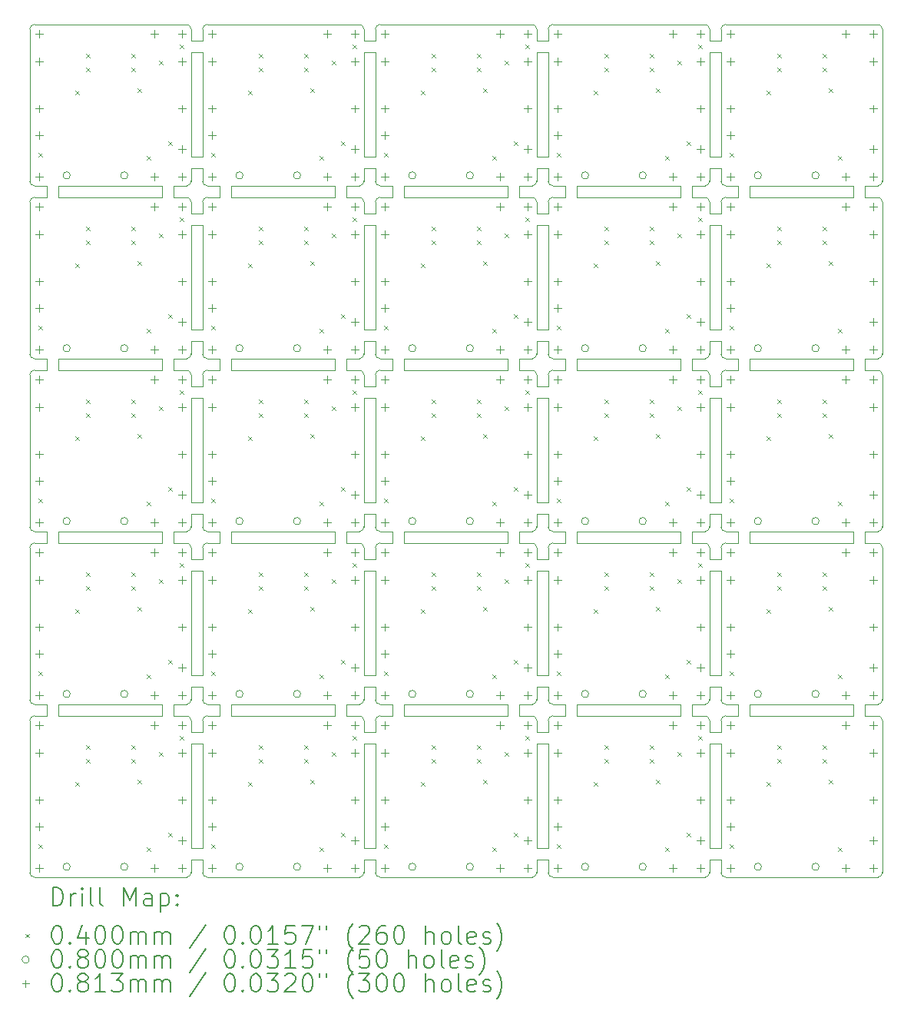
<source format=gbr>
%FSLAX45Y45*%
G04 Gerber Fmt 4.5, Leading zero omitted, Abs format (unit mm)*
G04 Created by KiCad (PCBNEW (6.0.0-0)) date 2022-01-01 10:49:53*
%MOMM*%
%LPD*%
G01*
G04 APERTURE LIST*
%TA.AperFunction,Profile*%
%ADD10C,0.100000*%
%TD*%
%ADD11C,0.200000*%
%ADD12C,0.040000*%
%ADD13C,0.080000*%
%ADD14C,0.081280*%
G04 APERTURE END LIST*
D10*
X5156200Y-11963400D02*
G75*
G03*
X5207000Y-12014200I50800J0D01*
G01*
X10553700Y-10109200D02*
X10693400Y-10109200D01*
X12331700Y-10236200D02*
X11188700Y-10236200D01*
X14236700Y-6426200D02*
X13093700Y-6426200D01*
X7112000Y-8331200D02*
G75*
G03*
X7061200Y-8382000I0J-50800D01*
G01*
X14503400Y-4521200D02*
X14363700Y-4521200D01*
X14554200Y-4572000D02*
G75*
G03*
X14503400Y-4521200I-50800J0D01*
G01*
X6934200Y-4572000D02*
G75*
G03*
X6883400Y-4521200I-50800J0D01*
G01*
X5473700Y-6426200D02*
X5473700Y-6299200D01*
X10744200Y-6604000D02*
X10871200Y-6604000D01*
X12649200Y-4826000D02*
X12776200Y-4826000D01*
X12776200Y-11823700D02*
X12776200Y-11963400D01*
X5473700Y-10236200D02*
X5473700Y-10109200D01*
X9017000Y-8204200D02*
X9156700Y-8204200D01*
X12649200Y-10541000D02*
X12776200Y-10541000D01*
X6934200Y-4076700D02*
X6934200Y-2921000D01*
X10426700Y-10236200D02*
X9283700Y-10236200D01*
X12598400Y-8331200D02*
X12458700Y-8331200D01*
X10693400Y-12014200D02*
G75*
G03*
X10744200Y-11963400I0J50800D01*
G01*
X12649200Y-10414000D02*
X12649200Y-10287000D01*
X10922000Y-8204200D02*
X11061700Y-8204200D01*
X14363700Y-8204200D02*
X14363700Y-8331200D01*
X7061200Y-8382000D02*
X7061200Y-8509000D01*
X11061700Y-6299200D02*
X11061700Y-6426200D01*
X12649200Y-4343400D02*
X12649200Y-4203700D01*
X8966200Y-9918700D02*
X8966200Y-10058400D01*
X14554200Y-6248400D02*
X14554200Y-4572000D01*
X6934200Y-4699000D02*
X6934200Y-4572000D01*
X10744200Y-6248400D02*
X10744200Y-6108700D01*
X10744200Y-2794000D02*
X10744200Y-2667000D01*
X12458700Y-4394200D02*
X12458700Y-4521200D01*
X8839200Y-6108700D02*
X8966200Y-6108700D01*
X12649200Y-10287000D02*
G75*
G03*
X12598400Y-10236200I-50800J0D01*
G01*
X5156200Y-2667000D02*
X5156200Y-4343400D01*
X7061200Y-6108700D02*
X7061200Y-6248400D01*
X12827000Y-4521200D02*
G75*
G03*
X12776200Y-4572000I0J-50800D01*
G01*
X8966200Y-2667000D02*
X8966200Y-2794000D01*
X8839200Y-8153400D02*
X8839200Y-8013700D01*
X10744200Y-7886700D02*
X10744200Y-6731000D01*
X6616700Y-8331200D02*
X5473700Y-8331200D01*
X8521700Y-6426200D02*
X7378700Y-6426200D01*
X9017000Y-4394200D02*
X9156700Y-4394200D01*
X12776200Y-4572000D02*
X12776200Y-4699000D01*
X12649200Y-8013700D02*
X12776200Y-8013700D01*
X9156700Y-6299200D02*
X9156700Y-6426200D01*
X12598400Y-6426200D02*
X12458700Y-6426200D01*
X10744200Y-4826000D02*
X10871200Y-4826000D01*
X10744200Y-4699000D02*
X10744200Y-4572000D01*
X11188700Y-8204200D02*
X12331700Y-8204200D01*
X9283700Y-10109200D02*
X10426700Y-10109200D01*
X14503400Y-8331200D02*
X14363700Y-8331200D01*
X8648700Y-8204200D02*
X8648700Y-8331200D01*
X8966200Y-6248400D02*
G75*
G03*
X9017000Y-6299200I50800J0D01*
G01*
X10871200Y-8153400D02*
G75*
G03*
X10922000Y-8204200I50800J0D01*
G01*
X10744200Y-4343400D02*
X10744200Y-4203700D01*
X12649200Y-2921000D02*
X12776200Y-2921000D01*
X10744200Y-9918700D02*
X10871200Y-9918700D01*
X5473700Y-4521200D02*
X5473700Y-4394200D01*
X5207000Y-10236200D02*
G75*
G03*
X5156200Y-10287000I0J-50800D01*
G01*
X11188700Y-4521200D02*
X11188700Y-4394200D01*
X8648700Y-6299200D02*
X8788400Y-6299200D01*
X12649200Y-2667000D02*
G75*
G03*
X12598400Y-2616200I-50800J0D01*
G01*
X6743700Y-8204200D02*
X6883400Y-8204200D01*
X12649200Y-8636000D02*
X12776200Y-8636000D01*
X10744200Y-10414000D02*
X10744200Y-10287000D01*
X11188700Y-6299200D02*
X12331700Y-6299200D01*
X7112000Y-12014200D02*
X8788400Y-12014200D01*
X6883400Y-10236200D02*
X6743700Y-10236200D01*
X5156200Y-6477000D02*
X5156200Y-8153400D01*
X10871200Y-2921000D02*
X10871200Y-4076700D01*
X10744200Y-2667000D02*
G75*
G03*
X10693400Y-2616200I-50800J0D01*
G01*
X12649200Y-4572000D02*
G75*
G03*
X12598400Y-4521200I-50800J0D01*
G01*
X10871200Y-11823700D02*
X10871200Y-11963400D01*
X6934200Y-6604000D02*
X7061200Y-6604000D01*
X5473700Y-6299200D02*
X6616700Y-6299200D01*
X9017000Y-8331200D02*
G75*
G03*
X8966200Y-8382000I0J-50800D01*
G01*
X10922000Y-4394200D02*
X11061700Y-4394200D01*
X6934200Y-6604000D02*
X6934200Y-6477000D01*
X14503400Y-10109200D02*
G75*
G03*
X14554200Y-10058400I0J50800D01*
G01*
X7061200Y-4203700D02*
X7061200Y-4343400D01*
X8839200Y-11823700D02*
X8966200Y-11823700D01*
X6934200Y-5981700D02*
X7061200Y-5981700D01*
X8648700Y-6299200D02*
X8648700Y-6426200D01*
X8788400Y-4394200D02*
G75*
G03*
X8839200Y-4343400I0J50800D01*
G01*
X10871200Y-10287000D02*
X10871200Y-10414000D01*
X12649200Y-9791700D02*
X12649200Y-8636000D01*
X8788400Y-12014200D02*
G75*
G03*
X8839200Y-11963400I0J50800D01*
G01*
X12458700Y-8204200D02*
X12598400Y-8204200D01*
X8839200Y-4076700D02*
X8966200Y-4076700D01*
X10871200Y-2667000D02*
X10871200Y-2794000D01*
X8839200Y-4699000D02*
X8839200Y-4572000D01*
X12966700Y-8331200D02*
X12827000Y-8331200D01*
X6743700Y-10109200D02*
X6883400Y-10109200D01*
X8839200Y-2667000D02*
G75*
G03*
X8788400Y-2616200I-50800J0D01*
G01*
X6616700Y-6426200D02*
X5473700Y-6426200D01*
X8839200Y-8509000D02*
X8966200Y-8509000D01*
X7378700Y-8204200D02*
X8521700Y-8204200D01*
X8966200Y-2921000D02*
X8966200Y-4076700D01*
X9283700Y-4394200D02*
X10426700Y-4394200D01*
X12827000Y-2616200D02*
G75*
G03*
X12776200Y-2667000I0J-50800D01*
G01*
X9283700Y-6426200D02*
X9283700Y-6299200D01*
X12827000Y-6426200D02*
G75*
G03*
X12776200Y-6477000I0J-50800D01*
G01*
X13093700Y-6426200D02*
X13093700Y-6299200D01*
X10871200Y-9918700D02*
X10871200Y-10058400D01*
X5473700Y-8204200D02*
X6616700Y-8204200D01*
X8839200Y-5981700D02*
X8839200Y-4826000D01*
X12649200Y-11696700D02*
X12649200Y-10541000D01*
X12776200Y-10058400D02*
G75*
G03*
X12827000Y-10109200I50800J0D01*
G01*
X14503400Y-10236200D02*
X14363700Y-10236200D01*
X7061200Y-4572000D02*
X7061200Y-4699000D01*
X13093700Y-4521200D02*
X13093700Y-4394200D01*
X12649200Y-2794000D02*
X12776200Y-2794000D01*
X6934200Y-4826000D02*
X7061200Y-4826000D01*
X8839200Y-4203700D02*
X8966200Y-4203700D01*
X6883400Y-6299200D02*
G75*
G03*
X6934200Y-6248400I0J50800D01*
G01*
X9017000Y-10236200D02*
G75*
G03*
X8966200Y-10287000I0J-50800D01*
G01*
X7061200Y-4343400D02*
G75*
G03*
X7112000Y-4394200I50800J0D01*
G01*
X8839200Y-10287000D02*
G75*
G03*
X8788400Y-10236200I-50800J0D01*
G01*
X8966200Y-6731000D02*
X8966200Y-7886700D01*
X8966200Y-8382000D02*
X8966200Y-8509000D01*
X6934200Y-10414000D02*
X7061200Y-10414000D01*
X12776200Y-8153400D02*
G75*
G03*
X12827000Y-8204200I50800J0D01*
G01*
X12598400Y-4394200D02*
G75*
G03*
X12649200Y-4343400I0J50800D01*
G01*
X10871200Y-6731000D02*
X10871200Y-7886700D01*
X11061700Y-10109200D02*
X11061700Y-10236200D01*
X6616700Y-4521200D02*
X5473700Y-4521200D01*
X12649200Y-6731000D02*
X12776200Y-6731000D01*
X13093700Y-8204200D02*
X14236700Y-8204200D01*
X8839200Y-8382000D02*
G75*
G03*
X8788400Y-8331200I-50800J0D01*
G01*
X12649200Y-10414000D02*
X12776200Y-10414000D01*
X6934200Y-4343400D02*
X6934200Y-4203700D01*
X7061200Y-6731000D02*
X7061200Y-7886700D01*
X10744200Y-11963400D02*
X10744200Y-11823700D01*
X10871200Y-4826000D02*
X10871200Y-5981700D01*
X7061200Y-11963400D02*
G75*
G03*
X7112000Y-12014200I50800J0D01*
G01*
X10553700Y-8204200D02*
X10693400Y-8204200D01*
X7251700Y-8331200D02*
X7112000Y-8331200D01*
X10744200Y-2921000D02*
X10871200Y-2921000D01*
X10426700Y-8331200D02*
X9283700Y-8331200D01*
X8966200Y-10541000D02*
X8966200Y-11696700D01*
X6883400Y-10109200D02*
G75*
G03*
X6934200Y-10058400I0J50800D01*
G01*
X9156700Y-8204200D02*
X9156700Y-8331200D01*
X8839200Y-6604000D02*
X8966200Y-6604000D01*
X6934200Y-8636000D02*
X7061200Y-8636000D01*
X14554200Y-10287000D02*
G75*
G03*
X14503400Y-10236200I-50800J0D01*
G01*
X10871200Y-8013700D02*
X10871200Y-8153400D01*
X14503400Y-8204200D02*
G75*
G03*
X14554200Y-8153400I0J50800D01*
G01*
X10871200Y-10541000D02*
X10871200Y-11696700D01*
X14236700Y-6426200D02*
X14236700Y-6299200D01*
X6934200Y-6731000D02*
X7061200Y-6731000D01*
X6934200Y-7886700D02*
X7061200Y-7886700D01*
X12649200Y-8509000D02*
X12776200Y-8509000D01*
X14236700Y-10236200D02*
X14236700Y-10109200D01*
X6883400Y-8204200D02*
G75*
G03*
X6934200Y-8153400I0J50800D01*
G01*
X10744200Y-10287000D02*
G75*
G03*
X10693400Y-10236200I-50800J0D01*
G01*
X12649200Y-11823700D02*
X12776200Y-11823700D01*
X8839200Y-11696700D02*
X8839200Y-10541000D01*
X10744200Y-10414000D02*
X10871200Y-10414000D01*
X12649200Y-6604000D02*
X12776200Y-6604000D01*
X9156700Y-10109200D02*
X9156700Y-10236200D01*
X14554200Y-8382000D02*
G75*
G03*
X14503400Y-8331200I-50800J0D01*
G01*
X10871200Y-10058400D02*
G75*
G03*
X10922000Y-10109200I50800J0D01*
G01*
X9283700Y-10236200D02*
X9283700Y-10109200D01*
X6883400Y-8331200D02*
X6743700Y-8331200D01*
X5156200Y-4572000D02*
X5156200Y-6248400D01*
X10744200Y-7886700D02*
X10871200Y-7886700D01*
X7251700Y-10109200D02*
X7251700Y-10236200D01*
X5473700Y-8331200D02*
X5473700Y-8204200D01*
X6883400Y-4521200D02*
X6743700Y-4521200D01*
X8648700Y-10109200D02*
X8648700Y-10236200D01*
X5156200Y-6248400D02*
G75*
G03*
X5207000Y-6299200I50800J0D01*
G01*
X6883400Y-2616200D02*
X5207000Y-2616200D01*
X5346700Y-4394200D02*
X5346700Y-4521200D01*
X12598400Y-6299200D02*
G75*
G03*
X12649200Y-6248400I0J50800D01*
G01*
X12649200Y-9791700D02*
X12776200Y-9791700D01*
X10744200Y-6604000D02*
X10744200Y-6477000D01*
X14363700Y-4394200D02*
X14363700Y-4521200D01*
X7112000Y-10236200D02*
G75*
G03*
X7061200Y-10287000I0J-50800D01*
G01*
X12966700Y-6299200D02*
X12966700Y-6426200D01*
X12649200Y-4203700D02*
X12776200Y-4203700D01*
X7112000Y-2616200D02*
G75*
G03*
X7061200Y-2667000I0J-50800D01*
G01*
X7061200Y-6477000D02*
X7061200Y-6604000D01*
X10744200Y-6477000D02*
G75*
G03*
X10693400Y-6426200I-50800J0D01*
G01*
X6934200Y-8509000D02*
X7061200Y-8509000D01*
X10744200Y-10541000D02*
X10871200Y-10541000D01*
X12598400Y-8204200D02*
G75*
G03*
X12649200Y-8153400I0J50800D01*
G01*
X8966200Y-11963400D02*
G75*
G03*
X9017000Y-12014200I50800J0D01*
G01*
X10693400Y-8331200D02*
X10553700Y-8331200D01*
X11061700Y-6426200D02*
X10922000Y-6426200D01*
X14363700Y-6299200D02*
X14363700Y-6426200D01*
X12458700Y-6299200D02*
X12458700Y-6426200D01*
X12458700Y-4394200D02*
X12598400Y-4394200D01*
X10744200Y-8509000D02*
X10871200Y-8509000D01*
X10922000Y-4521200D02*
G75*
G03*
X10871200Y-4572000I0J-50800D01*
G01*
X6934200Y-11963400D02*
X6934200Y-11823700D01*
X6934200Y-5981700D02*
X6934200Y-4826000D01*
X11061700Y-4394200D02*
X11061700Y-4521200D01*
X12649200Y-11963400D02*
X12649200Y-11823700D01*
X7061200Y-2667000D02*
X7061200Y-2794000D01*
X5346700Y-8204200D02*
X5346700Y-8331200D01*
X7251700Y-10236200D02*
X7112000Y-10236200D01*
X10553700Y-4394200D02*
X10693400Y-4394200D01*
X7061200Y-4826000D02*
X7061200Y-5981700D01*
X8966200Y-8013700D02*
X8966200Y-8153400D01*
X7251700Y-4521200D02*
X7112000Y-4521200D01*
X12458700Y-6299200D02*
X12598400Y-6299200D01*
X12649200Y-8382000D02*
G75*
G03*
X12598400Y-8331200I-50800J0D01*
G01*
X10744200Y-8636000D02*
X10871200Y-8636000D01*
X6883400Y-4394200D02*
G75*
G03*
X6934200Y-4343400I0J50800D01*
G01*
X5346700Y-4521200D02*
X5207000Y-4521200D01*
X10744200Y-6731000D02*
X10871200Y-6731000D01*
X8839200Y-9918700D02*
X8966200Y-9918700D01*
X8839200Y-4572000D02*
G75*
G03*
X8788400Y-4521200I-50800J0D01*
G01*
X10922000Y-2616200D02*
G75*
G03*
X10871200Y-2667000I0J-50800D01*
G01*
X7378700Y-6426200D02*
X7378700Y-6299200D01*
X12776200Y-8013700D02*
X12776200Y-8153400D01*
X6934200Y-10058400D02*
X6934200Y-9918700D01*
X7378700Y-4394200D02*
X8521700Y-4394200D01*
X8966200Y-10287000D02*
X8966200Y-10414000D01*
X8839200Y-4343400D02*
X8839200Y-4203700D01*
X12649200Y-8153400D02*
X12649200Y-8013700D01*
X9283700Y-8331200D02*
X9283700Y-8204200D01*
X7061200Y-10058400D02*
G75*
G03*
X7112000Y-10109200I50800J0D01*
G01*
X10744200Y-4203700D02*
X10871200Y-4203700D01*
X10693400Y-2616200D02*
X9017000Y-2616200D01*
X8788400Y-8331200D02*
X8648700Y-8331200D01*
X5207000Y-10109200D02*
X5346700Y-10109200D01*
X7112000Y-6299200D02*
X7251700Y-6299200D01*
X9017000Y-4521200D02*
G75*
G03*
X8966200Y-4572000I0J-50800D01*
G01*
X10553700Y-4394200D02*
X10553700Y-4521200D01*
X6934200Y-2794000D02*
X6934200Y-2667000D01*
X12649200Y-7886700D02*
X12776200Y-7886700D01*
X8839200Y-6477000D02*
G75*
G03*
X8788400Y-6426200I-50800J0D01*
G01*
X6934200Y-4203700D02*
X7061200Y-4203700D01*
X13093700Y-8331200D02*
X13093700Y-8204200D01*
X8648700Y-4394200D02*
X8788400Y-4394200D01*
X6743700Y-6299200D02*
X6883400Y-6299200D01*
X14503400Y-12014200D02*
G75*
G03*
X14554200Y-11963400I0J50800D01*
G01*
X12776200Y-6731000D02*
X12776200Y-7886700D01*
X14363700Y-10109200D02*
X14363700Y-10236200D01*
X7061200Y-6248400D02*
G75*
G03*
X7112000Y-6299200I50800J0D01*
G01*
X12776200Y-10287000D02*
X12776200Y-10414000D01*
X7061200Y-8636000D02*
X7061200Y-9791700D01*
X10744200Y-11823700D02*
X10871200Y-11823700D01*
X12827000Y-6299200D02*
X12966700Y-6299200D01*
X12331700Y-8331200D02*
X11188700Y-8331200D01*
X14503400Y-6426200D02*
X14363700Y-6426200D01*
X8788400Y-4521200D02*
X8648700Y-4521200D01*
X14554200Y-8153400D02*
X14554200Y-6477000D01*
X12966700Y-10236200D02*
X12827000Y-10236200D01*
X10871200Y-8636000D02*
X10871200Y-9791700D01*
X6743700Y-4394200D02*
X6883400Y-4394200D01*
X12598400Y-2616200D02*
X10922000Y-2616200D01*
X12649200Y-7886700D02*
X12649200Y-6731000D01*
X10693400Y-4521200D02*
X10553700Y-4521200D01*
X14503400Y-6299200D02*
G75*
G03*
X14554200Y-6248400I0J50800D01*
G01*
X12649200Y-11696700D02*
X12776200Y-11696700D01*
X12649200Y-4076700D02*
X12649200Y-2921000D01*
X7378700Y-4521200D02*
X7378700Y-4394200D01*
X11188700Y-8331200D02*
X11188700Y-8204200D01*
X5207000Y-6426200D02*
G75*
G03*
X5156200Y-6477000I0J-50800D01*
G01*
X5346700Y-10236200D02*
X5207000Y-10236200D01*
X12598400Y-4521200D02*
X12458700Y-4521200D01*
X10744200Y-11696700D02*
X10871200Y-11696700D01*
X10744200Y-9791700D02*
X10871200Y-9791700D01*
X6934200Y-6108700D02*
X7061200Y-6108700D01*
X8648700Y-4394200D02*
X8648700Y-4521200D01*
X10744200Y-4572000D02*
G75*
G03*
X10693400Y-4521200I-50800J0D01*
G01*
X10693400Y-8204200D02*
G75*
G03*
X10744200Y-8153400I0J50800D01*
G01*
X6883400Y-6426200D02*
X6743700Y-6426200D01*
X8788400Y-6299200D02*
G75*
G03*
X8839200Y-6248400I0J50800D01*
G01*
X6934200Y-8013700D02*
X7061200Y-8013700D01*
X6934200Y-4076700D02*
X7061200Y-4076700D01*
X8966200Y-4572000D02*
X8966200Y-4699000D01*
X14236700Y-10236200D02*
X13093700Y-10236200D01*
X8839200Y-11696700D02*
X8966200Y-11696700D01*
X5346700Y-10109200D02*
X5346700Y-10236200D01*
X12649200Y-4076700D02*
X12776200Y-4076700D01*
X8839200Y-10414000D02*
X8966200Y-10414000D01*
X6934200Y-7886700D02*
X6934200Y-6731000D01*
X7061200Y-10287000D02*
X7061200Y-10414000D01*
X7378700Y-6299200D02*
X8521700Y-6299200D01*
X5156200Y-4343400D02*
G75*
G03*
X5207000Y-4394200I50800J0D01*
G01*
X8839200Y-7886700D02*
X8839200Y-6731000D01*
X8966200Y-6108700D02*
X8966200Y-6248400D01*
X6934200Y-2794000D02*
X7061200Y-2794000D01*
X5346700Y-6426200D02*
X5207000Y-6426200D01*
X6934200Y-9791700D02*
X7061200Y-9791700D01*
X14236700Y-4521200D02*
X13093700Y-4521200D01*
X5156200Y-8153400D02*
G75*
G03*
X5207000Y-8204200I50800J0D01*
G01*
X9156700Y-4394200D02*
X9156700Y-4521200D01*
X12966700Y-6426200D02*
X12827000Y-6426200D01*
X8839200Y-2921000D02*
X8966200Y-2921000D01*
X12966700Y-4394200D02*
X12966700Y-4521200D01*
X10426700Y-8331200D02*
X10426700Y-8204200D01*
X10693400Y-10236200D02*
X10553700Y-10236200D01*
X7378700Y-10236200D02*
X7378700Y-10109200D01*
X12649200Y-6248400D02*
X12649200Y-6108700D01*
X8788400Y-6426200D02*
X8648700Y-6426200D01*
X10922000Y-10236200D02*
G75*
G03*
X10871200Y-10287000I0J-50800D01*
G01*
X12331700Y-4521200D02*
X11188700Y-4521200D01*
X9283700Y-6299200D02*
X10426700Y-6299200D01*
X7061200Y-2921000D02*
X7061200Y-4076700D01*
X12776200Y-9918700D02*
X12776200Y-10058400D01*
X6616700Y-8331200D02*
X6616700Y-8204200D01*
X9017000Y-6299200D02*
X9156700Y-6299200D01*
X13093700Y-10236200D02*
X13093700Y-10109200D01*
X7061200Y-8153400D02*
G75*
G03*
X7112000Y-8204200I50800J0D01*
G01*
X8839200Y-10058400D02*
X8839200Y-9918700D01*
X10871200Y-6108700D02*
X10871200Y-6248400D01*
X12776200Y-11963400D02*
G75*
G03*
X12827000Y-12014200I50800J0D01*
G01*
X12827000Y-8331200D02*
G75*
G03*
X12776200Y-8382000I0J-50800D01*
G01*
X8839200Y-2794000D02*
X8839200Y-2667000D01*
X9017000Y-10109200D02*
X9156700Y-10109200D01*
X8839200Y-6604000D02*
X8839200Y-6477000D01*
X12966700Y-10109200D02*
X12966700Y-10236200D01*
X10693400Y-6426200D02*
X10553700Y-6426200D01*
X12776200Y-4826000D02*
X12776200Y-5981700D01*
X11188700Y-10109200D02*
X12331700Y-10109200D01*
X10744200Y-8153400D02*
X10744200Y-8013700D01*
X8966200Y-6477000D02*
X8966200Y-6604000D01*
X14503400Y-2616200D02*
X12827000Y-2616200D01*
X7112000Y-10109200D02*
X7251700Y-10109200D01*
X6616700Y-4521200D02*
X6616700Y-4394200D01*
X5207000Y-8204200D02*
X5346700Y-8204200D01*
X6934200Y-8153400D02*
X6934200Y-8013700D01*
X8839200Y-9791700D02*
X8839200Y-8636000D01*
X8521700Y-8331200D02*
X8521700Y-8204200D01*
X5207000Y-8331200D02*
G75*
G03*
X5156200Y-8382000I0J-50800D01*
G01*
X12649200Y-6477000D02*
G75*
G03*
X12598400Y-6426200I-50800J0D01*
G01*
X11061700Y-8331200D02*
X10922000Y-8331200D01*
X6934200Y-10287000D02*
G75*
G03*
X6883400Y-10236200I-50800J0D01*
G01*
X14554200Y-6477000D02*
G75*
G03*
X14503400Y-6426200I-50800J0D01*
G01*
X12331700Y-8331200D02*
X12331700Y-8204200D01*
X10871200Y-4572000D02*
X10871200Y-4699000D01*
X8788400Y-8204200D02*
G75*
G03*
X8839200Y-8153400I0J50800D01*
G01*
X7061200Y-10541000D02*
X7061200Y-11696700D01*
X10744200Y-8382000D02*
G75*
G03*
X10693400Y-8331200I-50800J0D01*
G01*
X12827000Y-12014200D02*
X14503400Y-12014200D01*
X11061700Y-8204200D02*
X11061700Y-8331200D01*
X7251700Y-8204200D02*
X7251700Y-8331200D01*
X7112000Y-4394200D02*
X7251700Y-4394200D01*
X10871200Y-4343400D02*
G75*
G03*
X10922000Y-4394200I50800J0D01*
G01*
X8966200Y-4826000D02*
X8966200Y-5981700D01*
X12827000Y-8204200D02*
X12966700Y-8204200D01*
X10744200Y-11696700D02*
X10744200Y-10541000D01*
X10744200Y-10058400D02*
X10744200Y-9918700D01*
X7251700Y-4394200D02*
X7251700Y-4521200D01*
X12776200Y-2667000D02*
X12776200Y-2794000D01*
X6616700Y-10236200D02*
X6616700Y-10109200D01*
X9283700Y-8204200D02*
X10426700Y-8204200D01*
X8966200Y-10058400D02*
G75*
G03*
X9017000Y-10109200I50800J0D01*
G01*
X10922000Y-6426200D02*
G75*
G03*
X10871200Y-6477000I0J-50800D01*
G01*
X11061700Y-4521200D02*
X10922000Y-4521200D01*
X8839200Y-4699000D02*
X8966200Y-4699000D01*
X8839200Y-5981700D02*
X8966200Y-5981700D01*
X12649200Y-4699000D02*
X12776200Y-4699000D01*
X8521700Y-4521200D02*
X8521700Y-4394200D01*
X8839200Y-4076700D02*
X8839200Y-2921000D01*
X12649200Y-4699000D02*
X12649200Y-4572000D01*
X10871200Y-6248400D02*
G75*
G03*
X10922000Y-6299200I50800J0D01*
G01*
X9156700Y-8331200D02*
X9017000Y-8331200D01*
X10426700Y-10236200D02*
X10426700Y-10109200D01*
X5207000Y-4521200D02*
G75*
G03*
X5156200Y-4572000I0J-50800D01*
G01*
X5473700Y-10109200D02*
X6616700Y-10109200D01*
X8839200Y-8013700D02*
X8966200Y-8013700D01*
X10744200Y-4076700D02*
X10744200Y-2921000D01*
X10426700Y-6426200D02*
X10426700Y-6299200D01*
X10744200Y-9791700D02*
X10744200Y-8636000D01*
X12649200Y-8509000D02*
X12649200Y-8382000D01*
X14363700Y-10109200D02*
X14503400Y-10109200D01*
X12776200Y-10541000D02*
X12776200Y-11696700D01*
X10426700Y-4521200D02*
X10426700Y-4394200D01*
X5207000Y-4394200D02*
X5346700Y-4394200D01*
X12649200Y-5981700D02*
X12649200Y-4826000D01*
X6743700Y-10109200D02*
X6743700Y-10236200D01*
X6934200Y-6248400D02*
X6934200Y-6108700D01*
X6934200Y-2667000D02*
G75*
G03*
X6883400Y-2616200I-50800J0D01*
G01*
X8839200Y-7886700D02*
X8966200Y-7886700D01*
X5156200Y-10287000D02*
X5156200Y-11963400D01*
X12649200Y-6604000D02*
X12649200Y-6477000D01*
X8839200Y-10541000D02*
X8966200Y-10541000D01*
X12331700Y-10236200D02*
X12331700Y-10109200D01*
X7061200Y-11823700D02*
X7061200Y-11963400D01*
X9156700Y-6426200D02*
X9017000Y-6426200D01*
X11188700Y-10236200D02*
X11188700Y-10109200D01*
X10871200Y-8382000D02*
X10871200Y-8509000D01*
X10693400Y-10109200D02*
G75*
G03*
X10744200Y-10058400I0J50800D01*
G01*
X12776200Y-4343400D02*
G75*
G03*
X12827000Y-4394200I50800J0D01*
G01*
X8839200Y-11963400D02*
X8839200Y-11823700D01*
X9017000Y-2616200D02*
G75*
G03*
X8966200Y-2667000I0J-50800D01*
G01*
X12649200Y-2794000D02*
X12649200Y-2667000D01*
X5156200Y-8382000D02*
X5156200Y-10058400D01*
X10553700Y-6299200D02*
X10553700Y-6426200D01*
X10553700Y-8204200D02*
X10553700Y-8331200D01*
X12776200Y-8382000D02*
X12776200Y-8509000D01*
X14554200Y-2667000D02*
G75*
G03*
X14503400Y-2616200I-50800J0D01*
G01*
X12827000Y-4394200D02*
X12966700Y-4394200D01*
X12331700Y-6426200D02*
X12331700Y-6299200D01*
X10744200Y-6108700D02*
X10871200Y-6108700D01*
X8839200Y-6731000D02*
X8966200Y-6731000D01*
X12649200Y-9918700D02*
X12776200Y-9918700D01*
X12776200Y-8636000D02*
X12776200Y-9791700D01*
X12966700Y-4521200D02*
X12827000Y-4521200D01*
X7112000Y-4521200D02*
G75*
G03*
X7061200Y-4572000I0J-50800D01*
G01*
X8521700Y-10236200D02*
X8521700Y-10109200D01*
X10922000Y-12014200D02*
X12598400Y-12014200D01*
X12598400Y-10236200D02*
X12458700Y-10236200D01*
X11188700Y-6426200D02*
X11188700Y-6299200D01*
X5346700Y-8331200D02*
X5207000Y-8331200D01*
X8839200Y-8636000D02*
X8966200Y-8636000D01*
X12776200Y-4203700D02*
X12776200Y-4343400D01*
X8521700Y-10236200D02*
X7378700Y-10236200D01*
X12966700Y-8204200D02*
X12966700Y-8331200D01*
X12598400Y-12014200D02*
G75*
G03*
X12649200Y-11963400I0J50800D01*
G01*
X8788400Y-10236200D02*
X8648700Y-10236200D01*
X8966200Y-4203700D02*
X8966200Y-4343400D01*
X7061200Y-8013700D02*
X7061200Y-8153400D01*
X6934200Y-10541000D02*
X7061200Y-10541000D01*
X8648700Y-10109200D02*
X8788400Y-10109200D01*
X6934200Y-8509000D02*
X6934200Y-8382000D01*
X10922000Y-8331200D02*
G75*
G03*
X10871200Y-8382000I0J-50800D01*
G01*
X10744200Y-5981700D02*
X10871200Y-5981700D01*
X8966200Y-8636000D02*
X8966200Y-9791700D01*
X13093700Y-4394200D02*
X14236700Y-4394200D01*
X10693400Y-4394200D02*
G75*
G03*
X10744200Y-4343400I0J50800D01*
G01*
X11061700Y-10236200D02*
X10922000Y-10236200D01*
X10426700Y-4521200D02*
X9283700Y-4521200D01*
X7112000Y-8204200D02*
X7251700Y-8204200D01*
X8966200Y-11823700D02*
X8966200Y-11963400D01*
X7112000Y-6426200D02*
G75*
G03*
X7061200Y-6477000I0J-50800D01*
G01*
X6743700Y-8204200D02*
X6743700Y-8331200D01*
X8521700Y-6426200D02*
X8521700Y-6299200D01*
X5346700Y-6299200D02*
X5346700Y-6426200D01*
X12776200Y-6477000D02*
X12776200Y-6604000D01*
X7378700Y-10109200D02*
X8521700Y-10109200D01*
X8839200Y-4826000D02*
X8966200Y-4826000D01*
X8788400Y-2616200D02*
X7112000Y-2616200D01*
X12649200Y-10058400D02*
X12649200Y-9918700D01*
X12776200Y-6248400D02*
G75*
G03*
X12827000Y-6299200I50800J0D01*
G01*
X12649200Y-6108700D02*
X12776200Y-6108700D01*
X14554200Y-11963400D02*
X14554200Y-10287000D01*
X12458700Y-10109200D02*
X12458700Y-10236200D01*
X14554200Y-10058400D02*
X14554200Y-8382000D01*
X5156200Y-10058400D02*
G75*
G03*
X5207000Y-10109200I50800J0D01*
G01*
X14363700Y-4394200D02*
X14503400Y-4394200D01*
X7061200Y-9918700D02*
X7061200Y-10058400D01*
X6743700Y-4394200D02*
X6743700Y-4521200D01*
X10744200Y-8013700D02*
X10871200Y-8013700D01*
X8966200Y-4343400D02*
G75*
G03*
X9017000Y-4394200I50800J0D01*
G01*
X6934200Y-8382000D02*
G75*
G03*
X6883400Y-8331200I-50800J0D01*
G01*
X9283700Y-4521200D02*
X9283700Y-4394200D01*
X14236700Y-8331200D02*
X13093700Y-8331200D01*
X10426700Y-6426200D02*
X9283700Y-6426200D01*
X10744200Y-4076700D02*
X10871200Y-4076700D01*
X6934200Y-10414000D02*
X6934200Y-10287000D01*
X14503400Y-4394200D02*
G75*
G03*
X14554200Y-4343400I0J50800D01*
G01*
X12458700Y-10109200D02*
X12598400Y-10109200D01*
X5207000Y-2616200D02*
G75*
G03*
X5156200Y-2667000I0J-50800D01*
G01*
X12649200Y-5981700D02*
X12776200Y-5981700D01*
X5207000Y-6299200D02*
X5346700Y-6299200D01*
X8839200Y-10414000D02*
X8839200Y-10287000D01*
X14236700Y-8331200D02*
X14236700Y-8204200D01*
X13093700Y-10109200D02*
X14236700Y-10109200D01*
X9017000Y-12014200D02*
X10693400Y-12014200D01*
X10744200Y-4699000D02*
X10871200Y-4699000D01*
X6934200Y-11823700D02*
X7061200Y-11823700D01*
X8648700Y-8204200D02*
X8788400Y-8204200D01*
X13093700Y-6299200D02*
X14236700Y-6299200D01*
X10693400Y-6299200D02*
G75*
G03*
X10744200Y-6248400I0J50800D01*
G01*
X6934200Y-9918700D02*
X7061200Y-9918700D01*
X8839200Y-2794000D02*
X8966200Y-2794000D01*
X5207000Y-12014200D02*
X6883400Y-12014200D01*
X9017000Y-6426200D02*
G75*
G03*
X8966200Y-6477000I0J-50800D01*
G01*
X12331700Y-6426200D02*
X11188700Y-6426200D01*
X6743700Y-6299200D02*
X6743700Y-6426200D01*
X7251700Y-6299200D02*
X7251700Y-6426200D01*
X10871200Y-11963400D02*
G75*
G03*
X10922000Y-12014200I50800J0D01*
G01*
X14236700Y-4521200D02*
X14236700Y-4394200D01*
X6616700Y-6426200D02*
X6616700Y-6299200D01*
X9156700Y-4521200D02*
X9017000Y-4521200D01*
X10922000Y-10109200D02*
X11061700Y-10109200D01*
X12331700Y-4521200D02*
X12331700Y-4394200D01*
X9156700Y-10236200D02*
X9017000Y-10236200D01*
X11188700Y-4394200D02*
X12331700Y-4394200D01*
X6934200Y-11696700D02*
X6934200Y-10541000D01*
X8839200Y-8509000D02*
X8839200Y-8382000D01*
X7378700Y-8331200D02*
X7378700Y-8204200D01*
X5473700Y-4394200D02*
X6616700Y-4394200D01*
X10744200Y-2794000D02*
X10871200Y-2794000D01*
X7251700Y-6426200D02*
X7112000Y-6426200D01*
X10871200Y-4203700D02*
X10871200Y-4343400D01*
X10553700Y-10109200D02*
X10553700Y-10236200D01*
X12598400Y-10109200D02*
G75*
G03*
X12649200Y-10058400I0J50800D01*
G01*
X10553700Y-6299200D02*
X10693400Y-6299200D01*
X14554200Y-4343400D02*
X14554200Y-2667000D01*
X8839200Y-6248400D02*
X8839200Y-6108700D01*
X6934200Y-4699000D02*
X7061200Y-4699000D01*
X6883400Y-12014200D02*
G75*
G03*
X6934200Y-11963400I0J50800D01*
G01*
X10744200Y-5981700D02*
X10744200Y-4826000D01*
X10744200Y-8509000D02*
X10744200Y-8382000D01*
X8521700Y-8331200D02*
X7378700Y-8331200D01*
X10922000Y-6299200D02*
X11061700Y-6299200D01*
X14363700Y-8204200D02*
X14503400Y-8204200D01*
X14363700Y-6299200D02*
X14503400Y-6299200D01*
X6934200Y-2921000D02*
X7061200Y-2921000D01*
X8788400Y-10109200D02*
G75*
G03*
X8839200Y-10058400I0J50800D01*
G01*
X10871200Y-6477000D02*
X10871200Y-6604000D01*
X12827000Y-10236200D02*
G75*
G03*
X12776200Y-10287000I0J-50800D01*
G01*
X8839200Y-9791700D02*
X8966200Y-9791700D01*
X12776200Y-6108700D02*
X12776200Y-6248400D01*
X6934200Y-9791700D02*
X6934200Y-8636000D01*
X12827000Y-10109200D02*
X12966700Y-10109200D01*
X6934200Y-6477000D02*
G75*
G03*
X6883400Y-6426200I-50800J0D01*
G01*
X8521700Y-4521200D02*
X7378700Y-4521200D01*
X12458700Y-8204200D02*
X12458700Y-8331200D01*
X6934200Y-11696700D02*
X7061200Y-11696700D01*
X8966200Y-8153400D02*
G75*
G03*
X9017000Y-8204200I50800J0D01*
G01*
X12776200Y-2921000D02*
X12776200Y-4076700D01*
X6616700Y-10236200D02*
X5473700Y-10236200D01*
D11*
D12*
X5250500Y-4031300D02*
X5290500Y-4071300D01*
X5290500Y-4031300D02*
X5250500Y-4071300D01*
X5250500Y-5936300D02*
X5290500Y-5976300D01*
X5290500Y-5936300D02*
X5250500Y-5976300D01*
X5250500Y-7841300D02*
X5290500Y-7881300D01*
X5290500Y-7841300D02*
X5250500Y-7881300D01*
X5250500Y-9746300D02*
X5290500Y-9786300D01*
X5290500Y-9746300D02*
X5250500Y-9786300D01*
X5250500Y-11651300D02*
X5290500Y-11691300D01*
X5290500Y-11651300D02*
X5250500Y-11691300D01*
X5656900Y-3345500D02*
X5696900Y-3385500D01*
X5696900Y-3345500D02*
X5656900Y-3385500D01*
X5656900Y-5250500D02*
X5696900Y-5290500D01*
X5696900Y-5250500D02*
X5656900Y-5290500D01*
X5656900Y-7155500D02*
X5696900Y-7195500D01*
X5696900Y-7155500D02*
X5656900Y-7195500D01*
X5656900Y-9060500D02*
X5696900Y-9100500D01*
X5696900Y-9060500D02*
X5656900Y-9100500D01*
X5656900Y-10965500D02*
X5696900Y-11005500D01*
X5696900Y-10965500D02*
X5656900Y-11005500D01*
X5775200Y-2940648D02*
X5815200Y-2980648D01*
X5815200Y-2940648D02*
X5775200Y-2980648D01*
X5775200Y-3091500D02*
X5815200Y-3131500D01*
X5815200Y-3091500D02*
X5775200Y-3131500D01*
X5775200Y-4845648D02*
X5815200Y-4885648D01*
X5815200Y-4845648D02*
X5775200Y-4885648D01*
X5775200Y-4996500D02*
X5815200Y-5036500D01*
X5815200Y-4996500D02*
X5775200Y-5036500D01*
X5775200Y-6750648D02*
X5815200Y-6790648D01*
X5815200Y-6750648D02*
X5775200Y-6790648D01*
X5775200Y-6901500D02*
X5815200Y-6941500D01*
X5815200Y-6901500D02*
X5775200Y-6941500D01*
X5775200Y-8655648D02*
X5815200Y-8695648D01*
X5815200Y-8655648D02*
X5775200Y-8695648D01*
X5775200Y-8806500D02*
X5815200Y-8846500D01*
X5815200Y-8806500D02*
X5775200Y-8846500D01*
X5775200Y-10560648D02*
X5815200Y-10600648D01*
X5815200Y-10560648D02*
X5775200Y-10600648D01*
X5775200Y-10711500D02*
X5815200Y-10751500D01*
X5815200Y-10711500D02*
X5775200Y-10751500D01*
X6275200Y-2939100D02*
X6315200Y-2979100D01*
X6315200Y-2939100D02*
X6275200Y-2979100D01*
X6275200Y-3091500D02*
X6315200Y-3131500D01*
X6315200Y-3091500D02*
X6275200Y-3131500D01*
X6275200Y-4844100D02*
X6315200Y-4884100D01*
X6315200Y-4844100D02*
X6275200Y-4884100D01*
X6275200Y-4996500D02*
X6315200Y-5036500D01*
X6315200Y-4996500D02*
X6275200Y-5036500D01*
X6275200Y-6749100D02*
X6315200Y-6789100D01*
X6315200Y-6749100D02*
X6275200Y-6789100D01*
X6275200Y-6901500D02*
X6315200Y-6941500D01*
X6315200Y-6901500D02*
X6275200Y-6941500D01*
X6275200Y-8654100D02*
X6315200Y-8694100D01*
X6315200Y-8654100D02*
X6275200Y-8694100D01*
X6275200Y-8806500D02*
X6315200Y-8846500D01*
X6315200Y-8806500D02*
X6275200Y-8846500D01*
X6275200Y-10559100D02*
X6315200Y-10599100D01*
X6315200Y-10559100D02*
X6275200Y-10599100D01*
X6275200Y-10711500D02*
X6315200Y-10751500D01*
X6315200Y-10711500D02*
X6275200Y-10751500D01*
X6342700Y-3320100D02*
X6382700Y-3360100D01*
X6382700Y-3320100D02*
X6342700Y-3360100D01*
X6342700Y-5225100D02*
X6382700Y-5265100D01*
X6382700Y-5225100D02*
X6342700Y-5265100D01*
X6342700Y-7130100D02*
X6382700Y-7170100D01*
X6382700Y-7130100D02*
X6342700Y-7170100D01*
X6342700Y-9035100D02*
X6382700Y-9075100D01*
X6382700Y-9035100D02*
X6342700Y-9075100D01*
X6342700Y-10940100D02*
X6382700Y-10980100D01*
X6382700Y-10940100D02*
X6342700Y-10980100D01*
X6444300Y-4069400D02*
X6484300Y-4109400D01*
X6484300Y-4069400D02*
X6444300Y-4109400D01*
X6444300Y-5974400D02*
X6484300Y-6014400D01*
X6484300Y-5974400D02*
X6444300Y-6014400D01*
X6444300Y-7879400D02*
X6484300Y-7919400D01*
X6484300Y-7879400D02*
X6444300Y-7919400D01*
X6444300Y-9784400D02*
X6484300Y-9824400D01*
X6484300Y-9784400D02*
X6444300Y-9824400D01*
X6444300Y-11689400D02*
X6484300Y-11729400D01*
X6484300Y-11689400D02*
X6444300Y-11729400D01*
X6584000Y-3015300D02*
X6624000Y-3055300D01*
X6624000Y-3015300D02*
X6584000Y-3055300D01*
X6584000Y-4920300D02*
X6624000Y-4960300D01*
X6624000Y-4920300D02*
X6584000Y-4960300D01*
X6584000Y-6825300D02*
X6624000Y-6865300D01*
X6624000Y-6825300D02*
X6584000Y-6865300D01*
X6584000Y-8730300D02*
X6624000Y-8770300D01*
X6624000Y-8730300D02*
X6584000Y-8770300D01*
X6584000Y-10635300D02*
X6624000Y-10675300D01*
X6624000Y-10635300D02*
X6584000Y-10675300D01*
X6685600Y-3904300D02*
X6725600Y-3944300D01*
X6725600Y-3904300D02*
X6685600Y-3944300D01*
X6685600Y-5809300D02*
X6725600Y-5849300D01*
X6725600Y-5809300D02*
X6685600Y-5849300D01*
X6685600Y-7714300D02*
X6725600Y-7754300D01*
X6725600Y-7714300D02*
X6685600Y-7754300D01*
X6685600Y-9619300D02*
X6725600Y-9659300D01*
X6725600Y-9619300D02*
X6685600Y-9659300D01*
X6685600Y-11524300D02*
X6725600Y-11564300D01*
X6725600Y-11524300D02*
X6685600Y-11564300D01*
X6812600Y-2837500D02*
X6852600Y-2877500D01*
X6852600Y-2837500D02*
X6812600Y-2877500D01*
X6812600Y-4742500D02*
X6852600Y-4782500D01*
X6852600Y-4742500D02*
X6812600Y-4782500D01*
X6812600Y-6647500D02*
X6852600Y-6687500D01*
X6852600Y-6647500D02*
X6812600Y-6687500D01*
X6812600Y-8552500D02*
X6852600Y-8592500D01*
X6852600Y-8552500D02*
X6812600Y-8592500D01*
X6812600Y-10457500D02*
X6852600Y-10497500D01*
X6852600Y-10457500D02*
X6812600Y-10497500D01*
X7155500Y-4031300D02*
X7195500Y-4071300D01*
X7195500Y-4031300D02*
X7155500Y-4071300D01*
X7155500Y-5936300D02*
X7195500Y-5976300D01*
X7195500Y-5936300D02*
X7155500Y-5976300D01*
X7155500Y-7841300D02*
X7195500Y-7881300D01*
X7195500Y-7841300D02*
X7155500Y-7881300D01*
X7155500Y-9746300D02*
X7195500Y-9786300D01*
X7195500Y-9746300D02*
X7155500Y-9786300D01*
X7155500Y-11651300D02*
X7195500Y-11691300D01*
X7195500Y-11651300D02*
X7155500Y-11691300D01*
X7561900Y-3345500D02*
X7601900Y-3385500D01*
X7601900Y-3345500D02*
X7561900Y-3385500D01*
X7561900Y-5250500D02*
X7601900Y-5290500D01*
X7601900Y-5250500D02*
X7561900Y-5290500D01*
X7561900Y-7155500D02*
X7601900Y-7195500D01*
X7601900Y-7155500D02*
X7561900Y-7195500D01*
X7561900Y-9060500D02*
X7601900Y-9100500D01*
X7601900Y-9060500D02*
X7561900Y-9100500D01*
X7561900Y-10965500D02*
X7601900Y-11005500D01*
X7601900Y-10965500D02*
X7561900Y-11005500D01*
X7680200Y-2940648D02*
X7720200Y-2980648D01*
X7720200Y-2940648D02*
X7680200Y-2980648D01*
X7680200Y-3091500D02*
X7720200Y-3131500D01*
X7720200Y-3091500D02*
X7680200Y-3131500D01*
X7680200Y-4845648D02*
X7720200Y-4885648D01*
X7720200Y-4845648D02*
X7680200Y-4885648D01*
X7680200Y-4996500D02*
X7720200Y-5036500D01*
X7720200Y-4996500D02*
X7680200Y-5036500D01*
X7680200Y-6750648D02*
X7720200Y-6790648D01*
X7720200Y-6750648D02*
X7680200Y-6790648D01*
X7680200Y-6901500D02*
X7720200Y-6941500D01*
X7720200Y-6901500D02*
X7680200Y-6941500D01*
X7680200Y-8655648D02*
X7720200Y-8695648D01*
X7720200Y-8655648D02*
X7680200Y-8695648D01*
X7680200Y-8806500D02*
X7720200Y-8846500D01*
X7720200Y-8806500D02*
X7680200Y-8846500D01*
X7680200Y-10560648D02*
X7720200Y-10600648D01*
X7720200Y-10560648D02*
X7680200Y-10600648D01*
X7680200Y-10711500D02*
X7720200Y-10751500D01*
X7720200Y-10711500D02*
X7680200Y-10751500D01*
X8180200Y-2939100D02*
X8220200Y-2979100D01*
X8220200Y-2939100D02*
X8180200Y-2979100D01*
X8180200Y-3091500D02*
X8220200Y-3131500D01*
X8220200Y-3091500D02*
X8180200Y-3131500D01*
X8180200Y-4844100D02*
X8220200Y-4884100D01*
X8220200Y-4844100D02*
X8180200Y-4884100D01*
X8180200Y-4996500D02*
X8220200Y-5036500D01*
X8220200Y-4996500D02*
X8180200Y-5036500D01*
X8180200Y-6749100D02*
X8220200Y-6789100D01*
X8220200Y-6749100D02*
X8180200Y-6789100D01*
X8180200Y-6901500D02*
X8220200Y-6941500D01*
X8220200Y-6901500D02*
X8180200Y-6941500D01*
X8180200Y-8654100D02*
X8220200Y-8694100D01*
X8220200Y-8654100D02*
X8180200Y-8694100D01*
X8180200Y-8806500D02*
X8220200Y-8846500D01*
X8220200Y-8806500D02*
X8180200Y-8846500D01*
X8180200Y-10559100D02*
X8220200Y-10599100D01*
X8220200Y-10559100D02*
X8180200Y-10599100D01*
X8180200Y-10711500D02*
X8220200Y-10751500D01*
X8220200Y-10711500D02*
X8180200Y-10751500D01*
X8247700Y-3320100D02*
X8287700Y-3360100D01*
X8287700Y-3320100D02*
X8247700Y-3360100D01*
X8247700Y-5225100D02*
X8287700Y-5265100D01*
X8287700Y-5225100D02*
X8247700Y-5265100D01*
X8247700Y-7130100D02*
X8287700Y-7170100D01*
X8287700Y-7130100D02*
X8247700Y-7170100D01*
X8247700Y-9035100D02*
X8287700Y-9075100D01*
X8287700Y-9035100D02*
X8247700Y-9075100D01*
X8247700Y-10940100D02*
X8287700Y-10980100D01*
X8287700Y-10940100D02*
X8247700Y-10980100D01*
X8349300Y-4069400D02*
X8389300Y-4109400D01*
X8389300Y-4069400D02*
X8349300Y-4109400D01*
X8349300Y-5974400D02*
X8389300Y-6014400D01*
X8389300Y-5974400D02*
X8349300Y-6014400D01*
X8349300Y-7879400D02*
X8389300Y-7919400D01*
X8389300Y-7879400D02*
X8349300Y-7919400D01*
X8349300Y-9784400D02*
X8389300Y-9824400D01*
X8389300Y-9784400D02*
X8349300Y-9824400D01*
X8349300Y-11689400D02*
X8389300Y-11729400D01*
X8389300Y-11689400D02*
X8349300Y-11729400D01*
X8489000Y-3015300D02*
X8529000Y-3055300D01*
X8529000Y-3015300D02*
X8489000Y-3055300D01*
X8489000Y-4920300D02*
X8529000Y-4960300D01*
X8529000Y-4920300D02*
X8489000Y-4960300D01*
X8489000Y-6825300D02*
X8529000Y-6865300D01*
X8529000Y-6825300D02*
X8489000Y-6865300D01*
X8489000Y-8730300D02*
X8529000Y-8770300D01*
X8529000Y-8730300D02*
X8489000Y-8770300D01*
X8489000Y-10635300D02*
X8529000Y-10675300D01*
X8529000Y-10635300D02*
X8489000Y-10675300D01*
X8590600Y-3904300D02*
X8630600Y-3944300D01*
X8630600Y-3904300D02*
X8590600Y-3944300D01*
X8590600Y-5809300D02*
X8630600Y-5849300D01*
X8630600Y-5809300D02*
X8590600Y-5849300D01*
X8590600Y-7714300D02*
X8630600Y-7754300D01*
X8630600Y-7714300D02*
X8590600Y-7754300D01*
X8590600Y-9619300D02*
X8630600Y-9659300D01*
X8630600Y-9619300D02*
X8590600Y-9659300D01*
X8590600Y-11524300D02*
X8630600Y-11564300D01*
X8630600Y-11524300D02*
X8590600Y-11564300D01*
X8717600Y-2837500D02*
X8757600Y-2877500D01*
X8757600Y-2837500D02*
X8717600Y-2877500D01*
X8717600Y-4742500D02*
X8757600Y-4782500D01*
X8757600Y-4742500D02*
X8717600Y-4782500D01*
X8717600Y-6647500D02*
X8757600Y-6687500D01*
X8757600Y-6647500D02*
X8717600Y-6687500D01*
X8717600Y-8552500D02*
X8757600Y-8592500D01*
X8757600Y-8552500D02*
X8717600Y-8592500D01*
X8717600Y-10457500D02*
X8757600Y-10497500D01*
X8757600Y-10457500D02*
X8717600Y-10497500D01*
X9060500Y-4031300D02*
X9100500Y-4071300D01*
X9100500Y-4031300D02*
X9060500Y-4071300D01*
X9060500Y-5936300D02*
X9100500Y-5976300D01*
X9100500Y-5936300D02*
X9060500Y-5976300D01*
X9060500Y-7841300D02*
X9100500Y-7881300D01*
X9100500Y-7841300D02*
X9060500Y-7881300D01*
X9060500Y-9746300D02*
X9100500Y-9786300D01*
X9100500Y-9746300D02*
X9060500Y-9786300D01*
X9060500Y-11651300D02*
X9100500Y-11691300D01*
X9100500Y-11651300D02*
X9060500Y-11691300D01*
X9466900Y-3345500D02*
X9506900Y-3385500D01*
X9506900Y-3345500D02*
X9466900Y-3385500D01*
X9466900Y-5250500D02*
X9506900Y-5290500D01*
X9506900Y-5250500D02*
X9466900Y-5290500D01*
X9466900Y-7155500D02*
X9506900Y-7195500D01*
X9506900Y-7155500D02*
X9466900Y-7195500D01*
X9466900Y-9060500D02*
X9506900Y-9100500D01*
X9506900Y-9060500D02*
X9466900Y-9100500D01*
X9466900Y-10965500D02*
X9506900Y-11005500D01*
X9506900Y-10965500D02*
X9466900Y-11005500D01*
X9585200Y-2940648D02*
X9625200Y-2980648D01*
X9625200Y-2940648D02*
X9585200Y-2980648D01*
X9585200Y-3091500D02*
X9625200Y-3131500D01*
X9625200Y-3091500D02*
X9585200Y-3131500D01*
X9585200Y-4845648D02*
X9625200Y-4885648D01*
X9625200Y-4845648D02*
X9585200Y-4885648D01*
X9585200Y-4996500D02*
X9625200Y-5036500D01*
X9625200Y-4996500D02*
X9585200Y-5036500D01*
X9585200Y-6750648D02*
X9625200Y-6790648D01*
X9625200Y-6750648D02*
X9585200Y-6790648D01*
X9585200Y-6901500D02*
X9625200Y-6941500D01*
X9625200Y-6901500D02*
X9585200Y-6941500D01*
X9585200Y-8655648D02*
X9625200Y-8695648D01*
X9625200Y-8655648D02*
X9585200Y-8695648D01*
X9585200Y-8806500D02*
X9625200Y-8846500D01*
X9625200Y-8806500D02*
X9585200Y-8846500D01*
X9585200Y-10560648D02*
X9625200Y-10600648D01*
X9625200Y-10560648D02*
X9585200Y-10600648D01*
X9585200Y-10711500D02*
X9625200Y-10751500D01*
X9625200Y-10711500D02*
X9585200Y-10751500D01*
X10085200Y-2939100D02*
X10125200Y-2979100D01*
X10125200Y-2939100D02*
X10085200Y-2979100D01*
X10085200Y-3091500D02*
X10125200Y-3131500D01*
X10125200Y-3091500D02*
X10085200Y-3131500D01*
X10085200Y-4844100D02*
X10125200Y-4884100D01*
X10125200Y-4844100D02*
X10085200Y-4884100D01*
X10085200Y-4996500D02*
X10125200Y-5036500D01*
X10125200Y-4996500D02*
X10085200Y-5036500D01*
X10085200Y-6749100D02*
X10125200Y-6789100D01*
X10125200Y-6749100D02*
X10085200Y-6789100D01*
X10085200Y-6901500D02*
X10125200Y-6941500D01*
X10125200Y-6901500D02*
X10085200Y-6941500D01*
X10085200Y-8654100D02*
X10125200Y-8694100D01*
X10125200Y-8654100D02*
X10085200Y-8694100D01*
X10085200Y-8806500D02*
X10125200Y-8846500D01*
X10125200Y-8806500D02*
X10085200Y-8846500D01*
X10085200Y-10559100D02*
X10125200Y-10599100D01*
X10125200Y-10559100D02*
X10085200Y-10599100D01*
X10085200Y-10711500D02*
X10125200Y-10751500D01*
X10125200Y-10711500D02*
X10085200Y-10751500D01*
X10152700Y-3320100D02*
X10192700Y-3360100D01*
X10192700Y-3320100D02*
X10152700Y-3360100D01*
X10152700Y-5225100D02*
X10192700Y-5265100D01*
X10192700Y-5225100D02*
X10152700Y-5265100D01*
X10152700Y-7130100D02*
X10192700Y-7170100D01*
X10192700Y-7130100D02*
X10152700Y-7170100D01*
X10152700Y-9035100D02*
X10192700Y-9075100D01*
X10192700Y-9035100D02*
X10152700Y-9075100D01*
X10152700Y-10940100D02*
X10192700Y-10980100D01*
X10192700Y-10940100D02*
X10152700Y-10980100D01*
X10254300Y-4069400D02*
X10294300Y-4109400D01*
X10294300Y-4069400D02*
X10254300Y-4109400D01*
X10254300Y-5974400D02*
X10294300Y-6014400D01*
X10294300Y-5974400D02*
X10254300Y-6014400D01*
X10254300Y-7879400D02*
X10294300Y-7919400D01*
X10294300Y-7879400D02*
X10254300Y-7919400D01*
X10254300Y-9784400D02*
X10294300Y-9824400D01*
X10294300Y-9784400D02*
X10254300Y-9824400D01*
X10254300Y-11689400D02*
X10294300Y-11729400D01*
X10294300Y-11689400D02*
X10254300Y-11729400D01*
X10394000Y-3015300D02*
X10434000Y-3055300D01*
X10434000Y-3015300D02*
X10394000Y-3055300D01*
X10394000Y-4920300D02*
X10434000Y-4960300D01*
X10434000Y-4920300D02*
X10394000Y-4960300D01*
X10394000Y-6825300D02*
X10434000Y-6865300D01*
X10434000Y-6825300D02*
X10394000Y-6865300D01*
X10394000Y-8730300D02*
X10434000Y-8770300D01*
X10434000Y-8730300D02*
X10394000Y-8770300D01*
X10394000Y-10635300D02*
X10434000Y-10675300D01*
X10434000Y-10635300D02*
X10394000Y-10675300D01*
X10495600Y-3904300D02*
X10535600Y-3944300D01*
X10535600Y-3904300D02*
X10495600Y-3944300D01*
X10495600Y-5809300D02*
X10535600Y-5849300D01*
X10535600Y-5809300D02*
X10495600Y-5849300D01*
X10495600Y-7714300D02*
X10535600Y-7754300D01*
X10535600Y-7714300D02*
X10495600Y-7754300D01*
X10495600Y-9619300D02*
X10535600Y-9659300D01*
X10535600Y-9619300D02*
X10495600Y-9659300D01*
X10495600Y-11524300D02*
X10535600Y-11564300D01*
X10535600Y-11524300D02*
X10495600Y-11564300D01*
X10622600Y-2837500D02*
X10662600Y-2877500D01*
X10662600Y-2837500D02*
X10622600Y-2877500D01*
X10622600Y-4742500D02*
X10662600Y-4782500D01*
X10662600Y-4742500D02*
X10622600Y-4782500D01*
X10622600Y-6647500D02*
X10662600Y-6687500D01*
X10662600Y-6647500D02*
X10622600Y-6687500D01*
X10622600Y-8552500D02*
X10662600Y-8592500D01*
X10662600Y-8552500D02*
X10622600Y-8592500D01*
X10622600Y-10457500D02*
X10662600Y-10497500D01*
X10662600Y-10457500D02*
X10622600Y-10497500D01*
X10965500Y-4031300D02*
X11005500Y-4071300D01*
X11005500Y-4031300D02*
X10965500Y-4071300D01*
X10965500Y-5936300D02*
X11005500Y-5976300D01*
X11005500Y-5936300D02*
X10965500Y-5976300D01*
X10965500Y-7841300D02*
X11005500Y-7881300D01*
X11005500Y-7841300D02*
X10965500Y-7881300D01*
X10965500Y-9746300D02*
X11005500Y-9786300D01*
X11005500Y-9746300D02*
X10965500Y-9786300D01*
X10965500Y-11651300D02*
X11005500Y-11691300D01*
X11005500Y-11651300D02*
X10965500Y-11691300D01*
X11371900Y-3345500D02*
X11411900Y-3385500D01*
X11411900Y-3345500D02*
X11371900Y-3385500D01*
X11371900Y-5250500D02*
X11411900Y-5290500D01*
X11411900Y-5250500D02*
X11371900Y-5290500D01*
X11371900Y-7155500D02*
X11411900Y-7195500D01*
X11411900Y-7155500D02*
X11371900Y-7195500D01*
X11371900Y-9060500D02*
X11411900Y-9100500D01*
X11411900Y-9060500D02*
X11371900Y-9100500D01*
X11371900Y-10965500D02*
X11411900Y-11005500D01*
X11411900Y-10965500D02*
X11371900Y-11005500D01*
X11490200Y-2940648D02*
X11530200Y-2980648D01*
X11530200Y-2940648D02*
X11490200Y-2980648D01*
X11490200Y-3091500D02*
X11530200Y-3131500D01*
X11530200Y-3091500D02*
X11490200Y-3131500D01*
X11490200Y-4845648D02*
X11530200Y-4885648D01*
X11530200Y-4845648D02*
X11490200Y-4885648D01*
X11490200Y-4996500D02*
X11530200Y-5036500D01*
X11530200Y-4996500D02*
X11490200Y-5036500D01*
X11490200Y-6750648D02*
X11530200Y-6790648D01*
X11530200Y-6750648D02*
X11490200Y-6790648D01*
X11490200Y-6901500D02*
X11530200Y-6941500D01*
X11530200Y-6901500D02*
X11490200Y-6941500D01*
X11490200Y-8655648D02*
X11530200Y-8695648D01*
X11530200Y-8655648D02*
X11490200Y-8695648D01*
X11490200Y-8806500D02*
X11530200Y-8846500D01*
X11530200Y-8806500D02*
X11490200Y-8846500D01*
X11490200Y-10560648D02*
X11530200Y-10600648D01*
X11530200Y-10560648D02*
X11490200Y-10600648D01*
X11490200Y-10711500D02*
X11530200Y-10751500D01*
X11530200Y-10711500D02*
X11490200Y-10751500D01*
X11990200Y-2939100D02*
X12030200Y-2979100D01*
X12030200Y-2939100D02*
X11990200Y-2979100D01*
X11990200Y-3091500D02*
X12030200Y-3131500D01*
X12030200Y-3091500D02*
X11990200Y-3131500D01*
X11990200Y-4844100D02*
X12030200Y-4884100D01*
X12030200Y-4844100D02*
X11990200Y-4884100D01*
X11990200Y-4996500D02*
X12030200Y-5036500D01*
X12030200Y-4996500D02*
X11990200Y-5036500D01*
X11990200Y-6749100D02*
X12030200Y-6789100D01*
X12030200Y-6749100D02*
X11990200Y-6789100D01*
X11990200Y-6901500D02*
X12030200Y-6941500D01*
X12030200Y-6901500D02*
X11990200Y-6941500D01*
X11990200Y-8654100D02*
X12030200Y-8694100D01*
X12030200Y-8654100D02*
X11990200Y-8694100D01*
X11990200Y-8806500D02*
X12030200Y-8846500D01*
X12030200Y-8806500D02*
X11990200Y-8846500D01*
X11990200Y-10559100D02*
X12030200Y-10599100D01*
X12030200Y-10559100D02*
X11990200Y-10599100D01*
X11990200Y-10711500D02*
X12030200Y-10751500D01*
X12030200Y-10711500D02*
X11990200Y-10751500D01*
X12057700Y-3320100D02*
X12097700Y-3360100D01*
X12097700Y-3320100D02*
X12057700Y-3360100D01*
X12057700Y-5225100D02*
X12097700Y-5265100D01*
X12097700Y-5225100D02*
X12057700Y-5265100D01*
X12057700Y-7130100D02*
X12097700Y-7170100D01*
X12097700Y-7130100D02*
X12057700Y-7170100D01*
X12057700Y-9035100D02*
X12097700Y-9075100D01*
X12097700Y-9035100D02*
X12057700Y-9075100D01*
X12057700Y-10940100D02*
X12097700Y-10980100D01*
X12097700Y-10940100D02*
X12057700Y-10980100D01*
X12159300Y-4069400D02*
X12199300Y-4109400D01*
X12199300Y-4069400D02*
X12159300Y-4109400D01*
X12159300Y-5974400D02*
X12199300Y-6014400D01*
X12199300Y-5974400D02*
X12159300Y-6014400D01*
X12159300Y-7879400D02*
X12199300Y-7919400D01*
X12199300Y-7879400D02*
X12159300Y-7919400D01*
X12159300Y-9784400D02*
X12199300Y-9824400D01*
X12199300Y-9784400D02*
X12159300Y-9824400D01*
X12159300Y-11689400D02*
X12199300Y-11729400D01*
X12199300Y-11689400D02*
X12159300Y-11729400D01*
X12299000Y-3015300D02*
X12339000Y-3055300D01*
X12339000Y-3015300D02*
X12299000Y-3055300D01*
X12299000Y-4920300D02*
X12339000Y-4960300D01*
X12339000Y-4920300D02*
X12299000Y-4960300D01*
X12299000Y-6825300D02*
X12339000Y-6865300D01*
X12339000Y-6825300D02*
X12299000Y-6865300D01*
X12299000Y-8730300D02*
X12339000Y-8770300D01*
X12339000Y-8730300D02*
X12299000Y-8770300D01*
X12299000Y-10635300D02*
X12339000Y-10675300D01*
X12339000Y-10635300D02*
X12299000Y-10675300D01*
X12400600Y-3904300D02*
X12440600Y-3944300D01*
X12440600Y-3904300D02*
X12400600Y-3944300D01*
X12400600Y-5809300D02*
X12440600Y-5849300D01*
X12440600Y-5809300D02*
X12400600Y-5849300D01*
X12400600Y-7714300D02*
X12440600Y-7754300D01*
X12440600Y-7714300D02*
X12400600Y-7754300D01*
X12400600Y-9619300D02*
X12440600Y-9659300D01*
X12440600Y-9619300D02*
X12400600Y-9659300D01*
X12400600Y-11524300D02*
X12440600Y-11564300D01*
X12440600Y-11524300D02*
X12400600Y-11564300D01*
X12527600Y-2837500D02*
X12567600Y-2877500D01*
X12567600Y-2837500D02*
X12527600Y-2877500D01*
X12527600Y-4742500D02*
X12567600Y-4782500D01*
X12567600Y-4742500D02*
X12527600Y-4782500D01*
X12527600Y-6647500D02*
X12567600Y-6687500D01*
X12567600Y-6647500D02*
X12527600Y-6687500D01*
X12527600Y-8552500D02*
X12567600Y-8592500D01*
X12567600Y-8552500D02*
X12527600Y-8592500D01*
X12527600Y-10457500D02*
X12567600Y-10497500D01*
X12567600Y-10457500D02*
X12527600Y-10497500D01*
X12870500Y-4031300D02*
X12910500Y-4071300D01*
X12910500Y-4031300D02*
X12870500Y-4071300D01*
X12870500Y-5936300D02*
X12910500Y-5976300D01*
X12910500Y-5936300D02*
X12870500Y-5976300D01*
X12870500Y-7841300D02*
X12910500Y-7881300D01*
X12910500Y-7841300D02*
X12870500Y-7881300D01*
X12870500Y-9746300D02*
X12910500Y-9786300D01*
X12910500Y-9746300D02*
X12870500Y-9786300D01*
X12870500Y-11651300D02*
X12910500Y-11691300D01*
X12910500Y-11651300D02*
X12870500Y-11691300D01*
X13276900Y-3345500D02*
X13316900Y-3385500D01*
X13316900Y-3345500D02*
X13276900Y-3385500D01*
X13276900Y-5250500D02*
X13316900Y-5290500D01*
X13316900Y-5250500D02*
X13276900Y-5290500D01*
X13276900Y-7155500D02*
X13316900Y-7195500D01*
X13316900Y-7155500D02*
X13276900Y-7195500D01*
X13276900Y-9060500D02*
X13316900Y-9100500D01*
X13316900Y-9060500D02*
X13276900Y-9100500D01*
X13276900Y-10965500D02*
X13316900Y-11005500D01*
X13316900Y-10965500D02*
X13276900Y-11005500D01*
X13395200Y-2940648D02*
X13435200Y-2980648D01*
X13435200Y-2940648D02*
X13395200Y-2980648D01*
X13395200Y-3091500D02*
X13435200Y-3131500D01*
X13435200Y-3091500D02*
X13395200Y-3131500D01*
X13395200Y-4845648D02*
X13435200Y-4885648D01*
X13435200Y-4845648D02*
X13395200Y-4885648D01*
X13395200Y-4996500D02*
X13435200Y-5036500D01*
X13435200Y-4996500D02*
X13395200Y-5036500D01*
X13395200Y-6750648D02*
X13435200Y-6790648D01*
X13435200Y-6750648D02*
X13395200Y-6790648D01*
X13395200Y-6901500D02*
X13435200Y-6941500D01*
X13435200Y-6901500D02*
X13395200Y-6941500D01*
X13395200Y-8655648D02*
X13435200Y-8695648D01*
X13435200Y-8655648D02*
X13395200Y-8695648D01*
X13395200Y-8806500D02*
X13435200Y-8846500D01*
X13435200Y-8806500D02*
X13395200Y-8846500D01*
X13395200Y-10560648D02*
X13435200Y-10600648D01*
X13435200Y-10560648D02*
X13395200Y-10600648D01*
X13395200Y-10711500D02*
X13435200Y-10751500D01*
X13435200Y-10711500D02*
X13395200Y-10751500D01*
X13895200Y-2939100D02*
X13935200Y-2979100D01*
X13935200Y-2939100D02*
X13895200Y-2979100D01*
X13895200Y-3091500D02*
X13935200Y-3131500D01*
X13935200Y-3091500D02*
X13895200Y-3131500D01*
X13895200Y-4844100D02*
X13935200Y-4884100D01*
X13935200Y-4844100D02*
X13895200Y-4884100D01*
X13895200Y-4996500D02*
X13935200Y-5036500D01*
X13935200Y-4996500D02*
X13895200Y-5036500D01*
X13895200Y-6749100D02*
X13935200Y-6789100D01*
X13935200Y-6749100D02*
X13895200Y-6789100D01*
X13895200Y-6901500D02*
X13935200Y-6941500D01*
X13935200Y-6901500D02*
X13895200Y-6941500D01*
X13895200Y-8654100D02*
X13935200Y-8694100D01*
X13935200Y-8654100D02*
X13895200Y-8694100D01*
X13895200Y-8806500D02*
X13935200Y-8846500D01*
X13935200Y-8806500D02*
X13895200Y-8846500D01*
X13895200Y-10559100D02*
X13935200Y-10599100D01*
X13935200Y-10559100D02*
X13895200Y-10599100D01*
X13895200Y-10711500D02*
X13935200Y-10751500D01*
X13935200Y-10711500D02*
X13895200Y-10751500D01*
X13962700Y-3320100D02*
X14002700Y-3360100D01*
X14002700Y-3320100D02*
X13962700Y-3360100D01*
X13962700Y-5225100D02*
X14002700Y-5265100D01*
X14002700Y-5225100D02*
X13962700Y-5265100D01*
X13962700Y-7130100D02*
X14002700Y-7170100D01*
X14002700Y-7130100D02*
X13962700Y-7170100D01*
X13962700Y-9035100D02*
X14002700Y-9075100D01*
X14002700Y-9035100D02*
X13962700Y-9075100D01*
X13962700Y-10940100D02*
X14002700Y-10980100D01*
X14002700Y-10940100D02*
X13962700Y-10980100D01*
X14064300Y-4069400D02*
X14104300Y-4109400D01*
X14104300Y-4069400D02*
X14064300Y-4109400D01*
X14064300Y-5974400D02*
X14104300Y-6014400D01*
X14104300Y-5974400D02*
X14064300Y-6014400D01*
X14064300Y-7879400D02*
X14104300Y-7919400D01*
X14104300Y-7879400D02*
X14064300Y-7919400D01*
X14064300Y-9784400D02*
X14104300Y-9824400D01*
X14104300Y-9784400D02*
X14064300Y-9824400D01*
X14064300Y-11689400D02*
X14104300Y-11729400D01*
X14104300Y-11689400D02*
X14064300Y-11729400D01*
D13*
X5602600Y-4279900D02*
G75*
G03*
X5602600Y-4279900I-40000J0D01*
G01*
X5602600Y-6184900D02*
G75*
G03*
X5602600Y-6184900I-40000J0D01*
G01*
X5602600Y-8089900D02*
G75*
G03*
X5602600Y-8089900I-40000J0D01*
G01*
X5602600Y-9994900D02*
G75*
G03*
X5602600Y-9994900I-40000J0D01*
G01*
X5602600Y-11899900D02*
G75*
G03*
X5602600Y-11899900I-40000J0D01*
G01*
X6237600Y-4279900D02*
G75*
G03*
X6237600Y-4279900I-40000J0D01*
G01*
X6237600Y-6184900D02*
G75*
G03*
X6237600Y-6184900I-40000J0D01*
G01*
X6237600Y-8089900D02*
G75*
G03*
X6237600Y-8089900I-40000J0D01*
G01*
X6237600Y-9994900D02*
G75*
G03*
X6237600Y-9994900I-40000J0D01*
G01*
X6237600Y-11899900D02*
G75*
G03*
X6237600Y-11899900I-40000J0D01*
G01*
X7507600Y-4279900D02*
G75*
G03*
X7507600Y-4279900I-40000J0D01*
G01*
X7507600Y-6184900D02*
G75*
G03*
X7507600Y-6184900I-40000J0D01*
G01*
X7507600Y-8089900D02*
G75*
G03*
X7507600Y-8089900I-40000J0D01*
G01*
X7507600Y-9994900D02*
G75*
G03*
X7507600Y-9994900I-40000J0D01*
G01*
X7507600Y-11899900D02*
G75*
G03*
X7507600Y-11899900I-40000J0D01*
G01*
X8142600Y-4279900D02*
G75*
G03*
X8142600Y-4279900I-40000J0D01*
G01*
X8142600Y-6184900D02*
G75*
G03*
X8142600Y-6184900I-40000J0D01*
G01*
X8142600Y-8089900D02*
G75*
G03*
X8142600Y-8089900I-40000J0D01*
G01*
X8142600Y-9994900D02*
G75*
G03*
X8142600Y-9994900I-40000J0D01*
G01*
X8142600Y-11899900D02*
G75*
G03*
X8142600Y-11899900I-40000J0D01*
G01*
X9412600Y-4279900D02*
G75*
G03*
X9412600Y-4279900I-40000J0D01*
G01*
X9412600Y-6184900D02*
G75*
G03*
X9412600Y-6184900I-40000J0D01*
G01*
X9412600Y-8089900D02*
G75*
G03*
X9412600Y-8089900I-40000J0D01*
G01*
X9412600Y-9994900D02*
G75*
G03*
X9412600Y-9994900I-40000J0D01*
G01*
X9412600Y-11899900D02*
G75*
G03*
X9412600Y-11899900I-40000J0D01*
G01*
X10047600Y-4279900D02*
G75*
G03*
X10047600Y-4279900I-40000J0D01*
G01*
X10047600Y-6184900D02*
G75*
G03*
X10047600Y-6184900I-40000J0D01*
G01*
X10047600Y-8089900D02*
G75*
G03*
X10047600Y-8089900I-40000J0D01*
G01*
X10047600Y-9994900D02*
G75*
G03*
X10047600Y-9994900I-40000J0D01*
G01*
X10047600Y-11899900D02*
G75*
G03*
X10047600Y-11899900I-40000J0D01*
G01*
X11317600Y-4279900D02*
G75*
G03*
X11317600Y-4279900I-40000J0D01*
G01*
X11317600Y-6184900D02*
G75*
G03*
X11317600Y-6184900I-40000J0D01*
G01*
X11317600Y-8089900D02*
G75*
G03*
X11317600Y-8089900I-40000J0D01*
G01*
X11317600Y-9994900D02*
G75*
G03*
X11317600Y-9994900I-40000J0D01*
G01*
X11317600Y-11899900D02*
G75*
G03*
X11317600Y-11899900I-40000J0D01*
G01*
X11952600Y-4279900D02*
G75*
G03*
X11952600Y-4279900I-40000J0D01*
G01*
X11952600Y-6184900D02*
G75*
G03*
X11952600Y-6184900I-40000J0D01*
G01*
X11952600Y-8089900D02*
G75*
G03*
X11952600Y-8089900I-40000J0D01*
G01*
X11952600Y-9994900D02*
G75*
G03*
X11952600Y-9994900I-40000J0D01*
G01*
X11952600Y-11899900D02*
G75*
G03*
X11952600Y-11899900I-40000J0D01*
G01*
X13222600Y-4279900D02*
G75*
G03*
X13222600Y-4279900I-40000J0D01*
G01*
X13222600Y-6184900D02*
G75*
G03*
X13222600Y-6184900I-40000J0D01*
G01*
X13222600Y-8089900D02*
G75*
G03*
X13222600Y-8089900I-40000J0D01*
G01*
X13222600Y-9994900D02*
G75*
G03*
X13222600Y-9994900I-40000J0D01*
G01*
X13222600Y-11899900D02*
G75*
G03*
X13222600Y-11899900I-40000J0D01*
G01*
X13857600Y-4279900D02*
G75*
G03*
X13857600Y-4279900I-40000J0D01*
G01*
X13857600Y-6184900D02*
G75*
G03*
X13857600Y-6184900I-40000J0D01*
G01*
X13857600Y-8089900D02*
G75*
G03*
X13857600Y-8089900I-40000J0D01*
G01*
X13857600Y-9994900D02*
G75*
G03*
X13857600Y-9994900I-40000J0D01*
G01*
X13857600Y-11899900D02*
G75*
G03*
X13857600Y-11899900I-40000J0D01*
G01*
D14*
X5257800Y-2677160D02*
X5257800Y-2758440D01*
X5217160Y-2717800D02*
X5298440Y-2717800D01*
X5257800Y-2981960D02*
X5257800Y-3063240D01*
X5217160Y-3022600D02*
X5298440Y-3022600D01*
X5257800Y-3502660D02*
X5257800Y-3583940D01*
X5217160Y-3543300D02*
X5298440Y-3543300D01*
X5257800Y-3794760D02*
X5257800Y-3876040D01*
X5217160Y-3835400D02*
X5298440Y-3835400D01*
X5257800Y-4251960D02*
X5257800Y-4333240D01*
X5217160Y-4292600D02*
X5298440Y-4292600D01*
X5257800Y-4582160D02*
X5257800Y-4663440D01*
X5217160Y-4622800D02*
X5298440Y-4622800D01*
X5257800Y-4886960D02*
X5257800Y-4968240D01*
X5217160Y-4927600D02*
X5298440Y-4927600D01*
X5257800Y-5407660D02*
X5257800Y-5488940D01*
X5217160Y-5448300D02*
X5298440Y-5448300D01*
X5257800Y-5699760D02*
X5257800Y-5781040D01*
X5217160Y-5740400D02*
X5298440Y-5740400D01*
X5257800Y-6156960D02*
X5257800Y-6238240D01*
X5217160Y-6197600D02*
X5298440Y-6197600D01*
X5257800Y-6487160D02*
X5257800Y-6568440D01*
X5217160Y-6527800D02*
X5298440Y-6527800D01*
X5257800Y-6791960D02*
X5257800Y-6873240D01*
X5217160Y-6832600D02*
X5298440Y-6832600D01*
X5257800Y-7312660D02*
X5257800Y-7393940D01*
X5217160Y-7353300D02*
X5298440Y-7353300D01*
X5257800Y-7604760D02*
X5257800Y-7686040D01*
X5217160Y-7645400D02*
X5298440Y-7645400D01*
X5257800Y-8061960D02*
X5257800Y-8143240D01*
X5217160Y-8102600D02*
X5298440Y-8102600D01*
X5257800Y-8392160D02*
X5257800Y-8473440D01*
X5217160Y-8432800D02*
X5298440Y-8432800D01*
X5257800Y-8696960D02*
X5257800Y-8778240D01*
X5217160Y-8737600D02*
X5298440Y-8737600D01*
X5257800Y-9217660D02*
X5257800Y-9298940D01*
X5217160Y-9258300D02*
X5298440Y-9258300D01*
X5257800Y-9509760D02*
X5257800Y-9591040D01*
X5217160Y-9550400D02*
X5298440Y-9550400D01*
X5257800Y-9966960D02*
X5257800Y-10048240D01*
X5217160Y-10007600D02*
X5298440Y-10007600D01*
X5257800Y-10297160D02*
X5257800Y-10378440D01*
X5217160Y-10337800D02*
X5298440Y-10337800D01*
X5257800Y-10601960D02*
X5257800Y-10683240D01*
X5217160Y-10642600D02*
X5298440Y-10642600D01*
X5257800Y-11122660D02*
X5257800Y-11203940D01*
X5217160Y-11163300D02*
X5298440Y-11163300D01*
X5257800Y-11414760D02*
X5257800Y-11496040D01*
X5217160Y-11455400D02*
X5298440Y-11455400D01*
X5257800Y-11871960D02*
X5257800Y-11953240D01*
X5217160Y-11912600D02*
X5298440Y-11912600D01*
X6527800Y-2677160D02*
X6527800Y-2758440D01*
X6487160Y-2717800D02*
X6568440Y-2717800D01*
X6527800Y-4251960D02*
X6527800Y-4333240D01*
X6487160Y-4292600D02*
X6568440Y-4292600D01*
X6527800Y-4582160D02*
X6527800Y-4663440D01*
X6487160Y-4622800D02*
X6568440Y-4622800D01*
X6527800Y-6156960D02*
X6527800Y-6238240D01*
X6487160Y-6197600D02*
X6568440Y-6197600D01*
X6527800Y-6487160D02*
X6527800Y-6568440D01*
X6487160Y-6527800D02*
X6568440Y-6527800D01*
X6527800Y-8061960D02*
X6527800Y-8143240D01*
X6487160Y-8102600D02*
X6568440Y-8102600D01*
X6527800Y-8392160D02*
X6527800Y-8473440D01*
X6487160Y-8432800D02*
X6568440Y-8432800D01*
X6527800Y-9966960D02*
X6527800Y-10048240D01*
X6487160Y-10007600D02*
X6568440Y-10007600D01*
X6527800Y-10297160D02*
X6527800Y-10378440D01*
X6487160Y-10337800D02*
X6568440Y-10337800D01*
X6527800Y-11871960D02*
X6527800Y-11953240D01*
X6487160Y-11912600D02*
X6568440Y-11912600D01*
X6832600Y-2677160D02*
X6832600Y-2758440D01*
X6791960Y-2717800D02*
X6873240Y-2717800D01*
X6832600Y-2981960D02*
X6832600Y-3063240D01*
X6791960Y-3022600D02*
X6873240Y-3022600D01*
X6832600Y-3502660D02*
X6832600Y-3583940D01*
X6791960Y-3543300D02*
X6873240Y-3543300D01*
X6832600Y-3947160D02*
X6832600Y-4028440D01*
X6791960Y-3987800D02*
X6873240Y-3987800D01*
X6832600Y-4251960D02*
X6832600Y-4333240D01*
X6791960Y-4292600D02*
X6873240Y-4292600D01*
X6832600Y-4582160D02*
X6832600Y-4663440D01*
X6791960Y-4622800D02*
X6873240Y-4622800D01*
X6832600Y-4886960D02*
X6832600Y-4968240D01*
X6791960Y-4927600D02*
X6873240Y-4927600D01*
X6832600Y-5407660D02*
X6832600Y-5488940D01*
X6791960Y-5448300D02*
X6873240Y-5448300D01*
X6832600Y-5852160D02*
X6832600Y-5933440D01*
X6791960Y-5892800D02*
X6873240Y-5892800D01*
X6832600Y-6156960D02*
X6832600Y-6238240D01*
X6791960Y-6197600D02*
X6873240Y-6197600D01*
X6832600Y-6487160D02*
X6832600Y-6568440D01*
X6791960Y-6527800D02*
X6873240Y-6527800D01*
X6832600Y-6791960D02*
X6832600Y-6873240D01*
X6791960Y-6832600D02*
X6873240Y-6832600D01*
X6832600Y-7312660D02*
X6832600Y-7393940D01*
X6791960Y-7353300D02*
X6873240Y-7353300D01*
X6832600Y-7757160D02*
X6832600Y-7838440D01*
X6791960Y-7797800D02*
X6873240Y-7797800D01*
X6832600Y-8061960D02*
X6832600Y-8143240D01*
X6791960Y-8102600D02*
X6873240Y-8102600D01*
X6832600Y-8392160D02*
X6832600Y-8473440D01*
X6791960Y-8432800D02*
X6873240Y-8432800D01*
X6832600Y-8696960D02*
X6832600Y-8778240D01*
X6791960Y-8737600D02*
X6873240Y-8737600D01*
X6832600Y-9217660D02*
X6832600Y-9298940D01*
X6791960Y-9258300D02*
X6873240Y-9258300D01*
X6832600Y-9662160D02*
X6832600Y-9743440D01*
X6791960Y-9702800D02*
X6873240Y-9702800D01*
X6832600Y-9966960D02*
X6832600Y-10048240D01*
X6791960Y-10007600D02*
X6873240Y-10007600D01*
X6832600Y-10297160D02*
X6832600Y-10378440D01*
X6791960Y-10337800D02*
X6873240Y-10337800D01*
X6832600Y-10601960D02*
X6832600Y-10683240D01*
X6791960Y-10642600D02*
X6873240Y-10642600D01*
X6832600Y-11122660D02*
X6832600Y-11203940D01*
X6791960Y-11163300D02*
X6873240Y-11163300D01*
X6832600Y-11567160D02*
X6832600Y-11648440D01*
X6791960Y-11607800D02*
X6873240Y-11607800D01*
X6832600Y-11871960D02*
X6832600Y-11953240D01*
X6791960Y-11912600D02*
X6873240Y-11912600D01*
X7162800Y-2677160D02*
X7162800Y-2758440D01*
X7122160Y-2717800D02*
X7203440Y-2717800D01*
X7162800Y-2981960D02*
X7162800Y-3063240D01*
X7122160Y-3022600D02*
X7203440Y-3022600D01*
X7162800Y-3502660D02*
X7162800Y-3583940D01*
X7122160Y-3543300D02*
X7203440Y-3543300D01*
X7162800Y-3794760D02*
X7162800Y-3876040D01*
X7122160Y-3835400D02*
X7203440Y-3835400D01*
X7162800Y-4251960D02*
X7162800Y-4333240D01*
X7122160Y-4292600D02*
X7203440Y-4292600D01*
X7162800Y-4582160D02*
X7162800Y-4663440D01*
X7122160Y-4622800D02*
X7203440Y-4622800D01*
X7162800Y-4886960D02*
X7162800Y-4968240D01*
X7122160Y-4927600D02*
X7203440Y-4927600D01*
X7162800Y-5407660D02*
X7162800Y-5488940D01*
X7122160Y-5448300D02*
X7203440Y-5448300D01*
X7162800Y-5699760D02*
X7162800Y-5781040D01*
X7122160Y-5740400D02*
X7203440Y-5740400D01*
X7162800Y-6156960D02*
X7162800Y-6238240D01*
X7122160Y-6197600D02*
X7203440Y-6197600D01*
X7162800Y-6487160D02*
X7162800Y-6568440D01*
X7122160Y-6527800D02*
X7203440Y-6527800D01*
X7162800Y-6791960D02*
X7162800Y-6873240D01*
X7122160Y-6832600D02*
X7203440Y-6832600D01*
X7162800Y-7312660D02*
X7162800Y-7393940D01*
X7122160Y-7353300D02*
X7203440Y-7353300D01*
X7162800Y-7604760D02*
X7162800Y-7686040D01*
X7122160Y-7645400D02*
X7203440Y-7645400D01*
X7162800Y-8061960D02*
X7162800Y-8143240D01*
X7122160Y-8102600D02*
X7203440Y-8102600D01*
X7162800Y-8392160D02*
X7162800Y-8473440D01*
X7122160Y-8432800D02*
X7203440Y-8432800D01*
X7162800Y-8696960D02*
X7162800Y-8778240D01*
X7122160Y-8737600D02*
X7203440Y-8737600D01*
X7162800Y-9217660D02*
X7162800Y-9298940D01*
X7122160Y-9258300D02*
X7203440Y-9258300D01*
X7162800Y-9509760D02*
X7162800Y-9591040D01*
X7122160Y-9550400D02*
X7203440Y-9550400D01*
X7162800Y-9966960D02*
X7162800Y-10048240D01*
X7122160Y-10007600D02*
X7203440Y-10007600D01*
X7162800Y-10297160D02*
X7162800Y-10378440D01*
X7122160Y-10337800D02*
X7203440Y-10337800D01*
X7162800Y-10601960D02*
X7162800Y-10683240D01*
X7122160Y-10642600D02*
X7203440Y-10642600D01*
X7162800Y-11122660D02*
X7162800Y-11203940D01*
X7122160Y-11163300D02*
X7203440Y-11163300D01*
X7162800Y-11414760D02*
X7162800Y-11496040D01*
X7122160Y-11455400D02*
X7203440Y-11455400D01*
X7162800Y-11871960D02*
X7162800Y-11953240D01*
X7122160Y-11912600D02*
X7203440Y-11912600D01*
X8432800Y-2677160D02*
X8432800Y-2758440D01*
X8392160Y-2717800D02*
X8473440Y-2717800D01*
X8432800Y-4251960D02*
X8432800Y-4333240D01*
X8392160Y-4292600D02*
X8473440Y-4292600D01*
X8432800Y-4582160D02*
X8432800Y-4663440D01*
X8392160Y-4622800D02*
X8473440Y-4622800D01*
X8432800Y-6156960D02*
X8432800Y-6238240D01*
X8392160Y-6197600D02*
X8473440Y-6197600D01*
X8432800Y-6487160D02*
X8432800Y-6568440D01*
X8392160Y-6527800D02*
X8473440Y-6527800D01*
X8432800Y-8061960D02*
X8432800Y-8143240D01*
X8392160Y-8102600D02*
X8473440Y-8102600D01*
X8432800Y-8392160D02*
X8432800Y-8473440D01*
X8392160Y-8432800D02*
X8473440Y-8432800D01*
X8432800Y-9966960D02*
X8432800Y-10048240D01*
X8392160Y-10007600D02*
X8473440Y-10007600D01*
X8432800Y-10297160D02*
X8432800Y-10378440D01*
X8392160Y-10337800D02*
X8473440Y-10337800D01*
X8432800Y-11871960D02*
X8432800Y-11953240D01*
X8392160Y-11912600D02*
X8473440Y-11912600D01*
X8737600Y-2677160D02*
X8737600Y-2758440D01*
X8696960Y-2717800D02*
X8778240Y-2717800D01*
X8737600Y-2981960D02*
X8737600Y-3063240D01*
X8696960Y-3022600D02*
X8778240Y-3022600D01*
X8737600Y-3502660D02*
X8737600Y-3583940D01*
X8696960Y-3543300D02*
X8778240Y-3543300D01*
X8737600Y-3947160D02*
X8737600Y-4028440D01*
X8696960Y-3987800D02*
X8778240Y-3987800D01*
X8737600Y-4251960D02*
X8737600Y-4333240D01*
X8696960Y-4292600D02*
X8778240Y-4292600D01*
X8737600Y-4582160D02*
X8737600Y-4663440D01*
X8696960Y-4622800D02*
X8778240Y-4622800D01*
X8737600Y-4886960D02*
X8737600Y-4968240D01*
X8696960Y-4927600D02*
X8778240Y-4927600D01*
X8737600Y-5407660D02*
X8737600Y-5488940D01*
X8696960Y-5448300D02*
X8778240Y-5448300D01*
X8737600Y-5852160D02*
X8737600Y-5933440D01*
X8696960Y-5892800D02*
X8778240Y-5892800D01*
X8737600Y-6156960D02*
X8737600Y-6238240D01*
X8696960Y-6197600D02*
X8778240Y-6197600D01*
X8737600Y-6487160D02*
X8737600Y-6568440D01*
X8696960Y-6527800D02*
X8778240Y-6527800D01*
X8737600Y-6791960D02*
X8737600Y-6873240D01*
X8696960Y-6832600D02*
X8778240Y-6832600D01*
X8737600Y-7312660D02*
X8737600Y-7393940D01*
X8696960Y-7353300D02*
X8778240Y-7353300D01*
X8737600Y-7757160D02*
X8737600Y-7838440D01*
X8696960Y-7797800D02*
X8778240Y-7797800D01*
X8737600Y-8061960D02*
X8737600Y-8143240D01*
X8696960Y-8102600D02*
X8778240Y-8102600D01*
X8737600Y-8392160D02*
X8737600Y-8473440D01*
X8696960Y-8432800D02*
X8778240Y-8432800D01*
X8737600Y-8696960D02*
X8737600Y-8778240D01*
X8696960Y-8737600D02*
X8778240Y-8737600D01*
X8737600Y-9217660D02*
X8737600Y-9298940D01*
X8696960Y-9258300D02*
X8778240Y-9258300D01*
X8737600Y-9662160D02*
X8737600Y-9743440D01*
X8696960Y-9702800D02*
X8778240Y-9702800D01*
X8737600Y-9966960D02*
X8737600Y-10048240D01*
X8696960Y-10007600D02*
X8778240Y-10007600D01*
X8737600Y-10297160D02*
X8737600Y-10378440D01*
X8696960Y-10337800D02*
X8778240Y-10337800D01*
X8737600Y-10601960D02*
X8737600Y-10683240D01*
X8696960Y-10642600D02*
X8778240Y-10642600D01*
X8737600Y-11122660D02*
X8737600Y-11203940D01*
X8696960Y-11163300D02*
X8778240Y-11163300D01*
X8737600Y-11567160D02*
X8737600Y-11648440D01*
X8696960Y-11607800D02*
X8778240Y-11607800D01*
X8737600Y-11871960D02*
X8737600Y-11953240D01*
X8696960Y-11912600D02*
X8778240Y-11912600D01*
X9067800Y-2677160D02*
X9067800Y-2758440D01*
X9027160Y-2717800D02*
X9108440Y-2717800D01*
X9067800Y-2981960D02*
X9067800Y-3063240D01*
X9027160Y-3022600D02*
X9108440Y-3022600D01*
X9067800Y-3502660D02*
X9067800Y-3583940D01*
X9027160Y-3543300D02*
X9108440Y-3543300D01*
X9067800Y-3794760D02*
X9067800Y-3876040D01*
X9027160Y-3835400D02*
X9108440Y-3835400D01*
X9067800Y-4251960D02*
X9067800Y-4333240D01*
X9027160Y-4292600D02*
X9108440Y-4292600D01*
X9067800Y-4582160D02*
X9067800Y-4663440D01*
X9027160Y-4622800D02*
X9108440Y-4622800D01*
X9067800Y-4886960D02*
X9067800Y-4968240D01*
X9027160Y-4927600D02*
X9108440Y-4927600D01*
X9067800Y-5407660D02*
X9067800Y-5488940D01*
X9027160Y-5448300D02*
X9108440Y-5448300D01*
X9067800Y-5699760D02*
X9067800Y-5781040D01*
X9027160Y-5740400D02*
X9108440Y-5740400D01*
X9067800Y-6156960D02*
X9067800Y-6238240D01*
X9027160Y-6197600D02*
X9108440Y-6197600D01*
X9067800Y-6487160D02*
X9067800Y-6568440D01*
X9027160Y-6527800D02*
X9108440Y-6527800D01*
X9067800Y-6791960D02*
X9067800Y-6873240D01*
X9027160Y-6832600D02*
X9108440Y-6832600D01*
X9067800Y-7312660D02*
X9067800Y-7393940D01*
X9027160Y-7353300D02*
X9108440Y-7353300D01*
X9067800Y-7604760D02*
X9067800Y-7686040D01*
X9027160Y-7645400D02*
X9108440Y-7645400D01*
X9067800Y-8061960D02*
X9067800Y-8143240D01*
X9027160Y-8102600D02*
X9108440Y-8102600D01*
X9067800Y-8392160D02*
X9067800Y-8473440D01*
X9027160Y-8432800D02*
X9108440Y-8432800D01*
X9067800Y-8696960D02*
X9067800Y-8778240D01*
X9027160Y-8737600D02*
X9108440Y-8737600D01*
X9067800Y-9217660D02*
X9067800Y-9298940D01*
X9027160Y-9258300D02*
X9108440Y-9258300D01*
X9067800Y-9509760D02*
X9067800Y-9591040D01*
X9027160Y-9550400D02*
X9108440Y-9550400D01*
X9067800Y-9966960D02*
X9067800Y-10048240D01*
X9027160Y-10007600D02*
X9108440Y-10007600D01*
X9067800Y-10297160D02*
X9067800Y-10378440D01*
X9027160Y-10337800D02*
X9108440Y-10337800D01*
X9067800Y-10601960D02*
X9067800Y-10683240D01*
X9027160Y-10642600D02*
X9108440Y-10642600D01*
X9067800Y-11122660D02*
X9067800Y-11203940D01*
X9027160Y-11163300D02*
X9108440Y-11163300D01*
X9067800Y-11414760D02*
X9067800Y-11496040D01*
X9027160Y-11455400D02*
X9108440Y-11455400D01*
X9067800Y-11871960D02*
X9067800Y-11953240D01*
X9027160Y-11912600D02*
X9108440Y-11912600D01*
X10337800Y-2677160D02*
X10337800Y-2758440D01*
X10297160Y-2717800D02*
X10378440Y-2717800D01*
X10337800Y-4251960D02*
X10337800Y-4333240D01*
X10297160Y-4292600D02*
X10378440Y-4292600D01*
X10337800Y-4582160D02*
X10337800Y-4663440D01*
X10297160Y-4622800D02*
X10378440Y-4622800D01*
X10337800Y-6156960D02*
X10337800Y-6238240D01*
X10297160Y-6197600D02*
X10378440Y-6197600D01*
X10337800Y-6487160D02*
X10337800Y-6568440D01*
X10297160Y-6527800D02*
X10378440Y-6527800D01*
X10337800Y-8061960D02*
X10337800Y-8143240D01*
X10297160Y-8102600D02*
X10378440Y-8102600D01*
X10337800Y-8392160D02*
X10337800Y-8473440D01*
X10297160Y-8432800D02*
X10378440Y-8432800D01*
X10337800Y-9966960D02*
X10337800Y-10048240D01*
X10297160Y-10007600D02*
X10378440Y-10007600D01*
X10337800Y-10297160D02*
X10337800Y-10378440D01*
X10297160Y-10337800D02*
X10378440Y-10337800D01*
X10337800Y-11871960D02*
X10337800Y-11953240D01*
X10297160Y-11912600D02*
X10378440Y-11912600D01*
X10642600Y-2677160D02*
X10642600Y-2758440D01*
X10601960Y-2717800D02*
X10683240Y-2717800D01*
X10642600Y-2981960D02*
X10642600Y-3063240D01*
X10601960Y-3022600D02*
X10683240Y-3022600D01*
X10642600Y-3502660D02*
X10642600Y-3583940D01*
X10601960Y-3543300D02*
X10683240Y-3543300D01*
X10642600Y-3947160D02*
X10642600Y-4028440D01*
X10601960Y-3987800D02*
X10683240Y-3987800D01*
X10642600Y-4251960D02*
X10642600Y-4333240D01*
X10601960Y-4292600D02*
X10683240Y-4292600D01*
X10642600Y-4582160D02*
X10642600Y-4663440D01*
X10601960Y-4622800D02*
X10683240Y-4622800D01*
X10642600Y-4886960D02*
X10642600Y-4968240D01*
X10601960Y-4927600D02*
X10683240Y-4927600D01*
X10642600Y-5407660D02*
X10642600Y-5488940D01*
X10601960Y-5448300D02*
X10683240Y-5448300D01*
X10642600Y-5852160D02*
X10642600Y-5933440D01*
X10601960Y-5892800D02*
X10683240Y-5892800D01*
X10642600Y-6156960D02*
X10642600Y-6238240D01*
X10601960Y-6197600D02*
X10683240Y-6197600D01*
X10642600Y-6487160D02*
X10642600Y-6568440D01*
X10601960Y-6527800D02*
X10683240Y-6527800D01*
X10642600Y-6791960D02*
X10642600Y-6873240D01*
X10601960Y-6832600D02*
X10683240Y-6832600D01*
X10642600Y-7312660D02*
X10642600Y-7393940D01*
X10601960Y-7353300D02*
X10683240Y-7353300D01*
X10642600Y-7757160D02*
X10642600Y-7838440D01*
X10601960Y-7797800D02*
X10683240Y-7797800D01*
X10642600Y-8061960D02*
X10642600Y-8143240D01*
X10601960Y-8102600D02*
X10683240Y-8102600D01*
X10642600Y-8392160D02*
X10642600Y-8473440D01*
X10601960Y-8432800D02*
X10683240Y-8432800D01*
X10642600Y-8696960D02*
X10642600Y-8778240D01*
X10601960Y-8737600D02*
X10683240Y-8737600D01*
X10642600Y-9217660D02*
X10642600Y-9298940D01*
X10601960Y-9258300D02*
X10683240Y-9258300D01*
X10642600Y-9662160D02*
X10642600Y-9743440D01*
X10601960Y-9702800D02*
X10683240Y-9702800D01*
X10642600Y-9966960D02*
X10642600Y-10048240D01*
X10601960Y-10007600D02*
X10683240Y-10007600D01*
X10642600Y-10297160D02*
X10642600Y-10378440D01*
X10601960Y-10337800D02*
X10683240Y-10337800D01*
X10642600Y-10601960D02*
X10642600Y-10683240D01*
X10601960Y-10642600D02*
X10683240Y-10642600D01*
X10642600Y-11122660D02*
X10642600Y-11203940D01*
X10601960Y-11163300D02*
X10683240Y-11163300D01*
X10642600Y-11567160D02*
X10642600Y-11648440D01*
X10601960Y-11607800D02*
X10683240Y-11607800D01*
X10642600Y-11871960D02*
X10642600Y-11953240D01*
X10601960Y-11912600D02*
X10683240Y-11912600D01*
X10972800Y-2677160D02*
X10972800Y-2758440D01*
X10932160Y-2717800D02*
X11013440Y-2717800D01*
X10972800Y-2981960D02*
X10972800Y-3063240D01*
X10932160Y-3022600D02*
X11013440Y-3022600D01*
X10972800Y-3502660D02*
X10972800Y-3583940D01*
X10932160Y-3543300D02*
X11013440Y-3543300D01*
X10972800Y-3794760D02*
X10972800Y-3876040D01*
X10932160Y-3835400D02*
X11013440Y-3835400D01*
X10972800Y-4251960D02*
X10972800Y-4333240D01*
X10932160Y-4292600D02*
X11013440Y-4292600D01*
X10972800Y-4582160D02*
X10972800Y-4663440D01*
X10932160Y-4622800D02*
X11013440Y-4622800D01*
X10972800Y-4886960D02*
X10972800Y-4968240D01*
X10932160Y-4927600D02*
X11013440Y-4927600D01*
X10972800Y-5407660D02*
X10972800Y-5488940D01*
X10932160Y-5448300D02*
X11013440Y-5448300D01*
X10972800Y-5699760D02*
X10972800Y-5781040D01*
X10932160Y-5740400D02*
X11013440Y-5740400D01*
X10972800Y-6156960D02*
X10972800Y-6238240D01*
X10932160Y-6197600D02*
X11013440Y-6197600D01*
X10972800Y-6487160D02*
X10972800Y-6568440D01*
X10932160Y-6527800D02*
X11013440Y-6527800D01*
X10972800Y-6791960D02*
X10972800Y-6873240D01*
X10932160Y-6832600D02*
X11013440Y-6832600D01*
X10972800Y-7312660D02*
X10972800Y-7393940D01*
X10932160Y-7353300D02*
X11013440Y-7353300D01*
X10972800Y-7604760D02*
X10972800Y-7686040D01*
X10932160Y-7645400D02*
X11013440Y-7645400D01*
X10972800Y-8061960D02*
X10972800Y-8143240D01*
X10932160Y-8102600D02*
X11013440Y-8102600D01*
X10972800Y-8392160D02*
X10972800Y-8473440D01*
X10932160Y-8432800D02*
X11013440Y-8432800D01*
X10972800Y-8696960D02*
X10972800Y-8778240D01*
X10932160Y-8737600D02*
X11013440Y-8737600D01*
X10972800Y-9217660D02*
X10972800Y-9298940D01*
X10932160Y-9258300D02*
X11013440Y-9258300D01*
X10972800Y-9509760D02*
X10972800Y-9591040D01*
X10932160Y-9550400D02*
X11013440Y-9550400D01*
X10972800Y-9966960D02*
X10972800Y-10048240D01*
X10932160Y-10007600D02*
X11013440Y-10007600D01*
X10972800Y-10297160D02*
X10972800Y-10378440D01*
X10932160Y-10337800D02*
X11013440Y-10337800D01*
X10972800Y-10601960D02*
X10972800Y-10683240D01*
X10932160Y-10642600D02*
X11013440Y-10642600D01*
X10972800Y-11122660D02*
X10972800Y-11203940D01*
X10932160Y-11163300D02*
X11013440Y-11163300D01*
X10972800Y-11414760D02*
X10972800Y-11496040D01*
X10932160Y-11455400D02*
X11013440Y-11455400D01*
X10972800Y-11871960D02*
X10972800Y-11953240D01*
X10932160Y-11912600D02*
X11013440Y-11912600D01*
X12242800Y-2677160D02*
X12242800Y-2758440D01*
X12202160Y-2717800D02*
X12283440Y-2717800D01*
X12242800Y-4251960D02*
X12242800Y-4333240D01*
X12202160Y-4292600D02*
X12283440Y-4292600D01*
X12242800Y-4582160D02*
X12242800Y-4663440D01*
X12202160Y-4622800D02*
X12283440Y-4622800D01*
X12242800Y-6156960D02*
X12242800Y-6238240D01*
X12202160Y-6197600D02*
X12283440Y-6197600D01*
X12242800Y-6487160D02*
X12242800Y-6568440D01*
X12202160Y-6527800D02*
X12283440Y-6527800D01*
X12242800Y-8061960D02*
X12242800Y-8143240D01*
X12202160Y-8102600D02*
X12283440Y-8102600D01*
X12242800Y-8392160D02*
X12242800Y-8473440D01*
X12202160Y-8432800D02*
X12283440Y-8432800D01*
X12242800Y-9966960D02*
X12242800Y-10048240D01*
X12202160Y-10007600D02*
X12283440Y-10007600D01*
X12242800Y-10297160D02*
X12242800Y-10378440D01*
X12202160Y-10337800D02*
X12283440Y-10337800D01*
X12242800Y-11871960D02*
X12242800Y-11953240D01*
X12202160Y-11912600D02*
X12283440Y-11912600D01*
X12547600Y-2677160D02*
X12547600Y-2758440D01*
X12506960Y-2717800D02*
X12588240Y-2717800D01*
X12547600Y-2981960D02*
X12547600Y-3063240D01*
X12506960Y-3022600D02*
X12588240Y-3022600D01*
X12547600Y-3502660D02*
X12547600Y-3583940D01*
X12506960Y-3543300D02*
X12588240Y-3543300D01*
X12547600Y-3947160D02*
X12547600Y-4028440D01*
X12506960Y-3987800D02*
X12588240Y-3987800D01*
X12547600Y-4251960D02*
X12547600Y-4333240D01*
X12506960Y-4292600D02*
X12588240Y-4292600D01*
X12547600Y-4582160D02*
X12547600Y-4663440D01*
X12506960Y-4622800D02*
X12588240Y-4622800D01*
X12547600Y-4886960D02*
X12547600Y-4968240D01*
X12506960Y-4927600D02*
X12588240Y-4927600D01*
X12547600Y-5407660D02*
X12547600Y-5488940D01*
X12506960Y-5448300D02*
X12588240Y-5448300D01*
X12547600Y-5852160D02*
X12547600Y-5933440D01*
X12506960Y-5892800D02*
X12588240Y-5892800D01*
X12547600Y-6156960D02*
X12547600Y-6238240D01*
X12506960Y-6197600D02*
X12588240Y-6197600D01*
X12547600Y-6487160D02*
X12547600Y-6568440D01*
X12506960Y-6527800D02*
X12588240Y-6527800D01*
X12547600Y-6791960D02*
X12547600Y-6873240D01*
X12506960Y-6832600D02*
X12588240Y-6832600D01*
X12547600Y-7312660D02*
X12547600Y-7393940D01*
X12506960Y-7353300D02*
X12588240Y-7353300D01*
X12547600Y-7757160D02*
X12547600Y-7838440D01*
X12506960Y-7797800D02*
X12588240Y-7797800D01*
X12547600Y-8061960D02*
X12547600Y-8143240D01*
X12506960Y-8102600D02*
X12588240Y-8102600D01*
X12547600Y-8392160D02*
X12547600Y-8473440D01*
X12506960Y-8432800D02*
X12588240Y-8432800D01*
X12547600Y-8696960D02*
X12547600Y-8778240D01*
X12506960Y-8737600D02*
X12588240Y-8737600D01*
X12547600Y-9217660D02*
X12547600Y-9298940D01*
X12506960Y-9258300D02*
X12588240Y-9258300D01*
X12547600Y-9662160D02*
X12547600Y-9743440D01*
X12506960Y-9702800D02*
X12588240Y-9702800D01*
X12547600Y-9966960D02*
X12547600Y-10048240D01*
X12506960Y-10007600D02*
X12588240Y-10007600D01*
X12547600Y-10297160D02*
X12547600Y-10378440D01*
X12506960Y-10337800D02*
X12588240Y-10337800D01*
X12547600Y-10601960D02*
X12547600Y-10683240D01*
X12506960Y-10642600D02*
X12588240Y-10642600D01*
X12547600Y-11122660D02*
X12547600Y-11203940D01*
X12506960Y-11163300D02*
X12588240Y-11163300D01*
X12547600Y-11567160D02*
X12547600Y-11648440D01*
X12506960Y-11607800D02*
X12588240Y-11607800D01*
X12547600Y-11871960D02*
X12547600Y-11953240D01*
X12506960Y-11912600D02*
X12588240Y-11912600D01*
X12877800Y-2677160D02*
X12877800Y-2758440D01*
X12837160Y-2717800D02*
X12918440Y-2717800D01*
X12877800Y-2981960D02*
X12877800Y-3063240D01*
X12837160Y-3022600D02*
X12918440Y-3022600D01*
X12877800Y-3502660D02*
X12877800Y-3583940D01*
X12837160Y-3543300D02*
X12918440Y-3543300D01*
X12877800Y-3794760D02*
X12877800Y-3876040D01*
X12837160Y-3835400D02*
X12918440Y-3835400D01*
X12877800Y-4251960D02*
X12877800Y-4333240D01*
X12837160Y-4292600D02*
X12918440Y-4292600D01*
X12877800Y-4582160D02*
X12877800Y-4663440D01*
X12837160Y-4622800D02*
X12918440Y-4622800D01*
X12877800Y-4886960D02*
X12877800Y-4968240D01*
X12837160Y-4927600D02*
X12918440Y-4927600D01*
X12877800Y-5407660D02*
X12877800Y-5488940D01*
X12837160Y-5448300D02*
X12918440Y-5448300D01*
X12877800Y-5699760D02*
X12877800Y-5781040D01*
X12837160Y-5740400D02*
X12918440Y-5740400D01*
X12877800Y-6156960D02*
X12877800Y-6238240D01*
X12837160Y-6197600D02*
X12918440Y-6197600D01*
X12877800Y-6487160D02*
X12877800Y-6568440D01*
X12837160Y-6527800D02*
X12918440Y-6527800D01*
X12877800Y-6791960D02*
X12877800Y-6873240D01*
X12837160Y-6832600D02*
X12918440Y-6832600D01*
X12877800Y-7312660D02*
X12877800Y-7393940D01*
X12837160Y-7353300D02*
X12918440Y-7353300D01*
X12877800Y-7604760D02*
X12877800Y-7686040D01*
X12837160Y-7645400D02*
X12918440Y-7645400D01*
X12877800Y-8061960D02*
X12877800Y-8143240D01*
X12837160Y-8102600D02*
X12918440Y-8102600D01*
X12877800Y-8392160D02*
X12877800Y-8473440D01*
X12837160Y-8432800D02*
X12918440Y-8432800D01*
X12877800Y-8696960D02*
X12877800Y-8778240D01*
X12837160Y-8737600D02*
X12918440Y-8737600D01*
X12877800Y-9217660D02*
X12877800Y-9298940D01*
X12837160Y-9258300D02*
X12918440Y-9258300D01*
X12877800Y-9509760D02*
X12877800Y-9591040D01*
X12837160Y-9550400D02*
X12918440Y-9550400D01*
X12877800Y-9966960D02*
X12877800Y-10048240D01*
X12837160Y-10007600D02*
X12918440Y-10007600D01*
X12877800Y-10297160D02*
X12877800Y-10378440D01*
X12837160Y-10337800D02*
X12918440Y-10337800D01*
X12877800Y-10601960D02*
X12877800Y-10683240D01*
X12837160Y-10642600D02*
X12918440Y-10642600D01*
X12877800Y-11122660D02*
X12877800Y-11203940D01*
X12837160Y-11163300D02*
X12918440Y-11163300D01*
X12877800Y-11414760D02*
X12877800Y-11496040D01*
X12837160Y-11455400D02*
X12918440Y-11455400D01*
X12877800Y-11871960D02*
X12877800Y-11953240D01*
X12837160Y-11912600D02*
X12918440Y-11912600D01*
X14147800Y-2677160D02*
X14147800Y-2758440D01*
X14107160Y-2717800D02*
X14188440Y-2717800D01*
X14147800Y-4251960D02*
X14147800Y-4333240D01*
X14107160Y-4292600D02*
X14188440Y-4292600D01*
X14147800Y-4582160D02*
X14147800Y-4663440D01*
X14107160Y-4622800D02*
X14188440Y-4622800D01*
X14147800Y-6156960D02*
X14147800Y-6238240D01*
X14107160Y-6197600D02*
X14188440Y-6197600D01*
X14147800Y-6487160D02*
X14147800Y-6568440D01*
X14107160Y-6527800D02*
X14188440Y-6527800D01*
X14147800Y-8061960D02*
X14147800Y-8143240D01*
X14107160Y-8102600D02*
X14188440Y-8102600D01*
X14147800Y-8392160D02*
X14147800Y-8473440D01*
X14107160Y-8432800D02*
X14188440Y-8432800D01*
X14147800Y-9966960D02*
X14147800Y-10048240D01*
X14107160Y-10007600D02*
X14188440Y-10007600D01*
X14147800Y-10297160D02*
X14147800Y-10378440D01*
X14107160Y-10337800D02*
X14188440Y-10337800D01*
X14147800Y-11871960D02*
X14147800Y-11953240D01*
X14107160Y-11912600D02*
X14188440Y-11912600D01*
X14452600Y-2677160D02*
X14452600Y-2758440D01*
X14411960Y-2717800D02*
X14493240Y-2717800D01*
X14452600Y-2981960D02*
X14452600Y-3063240D01*
X14411960Y-3022600D02*
X14493240Y-3022600D01*
X14452600Y-3502660D02*
X14452600Y-3583940D01*
X14411960Y-3543300D02*
X14493240Y-3543300D01*
X14452600Y-3947160D02*
X14452600Y-4028440D01*
X14411960Y-3987800D02*
X14493240Y-3987800D01*
X14452600Y-4251960D02*
X14452600Y-4333240D01*
X14411960Y-4292600D02*
X14493240Y-4292600D01*
X14452600Y-4582160D02*
X14452600Y-4663440D01*
X14411960Y-4622800D02*
X14493240Y-4622800D01*
X14452600Y-4886960D02*
X14452600Y-4968240D01*
X14411960Y-4927600D02*
X14493240Y-4927600D01*
X14452600Y-5407660D02*
X14452600Y-5488940D01*
X14411960Y-5448300D02*
X14493240Y-5448300D01*
X14452600Y-5852160D02*
X14452600Y-5933440D01*
X14411960Y-5892800D02*
X14493240Y-5892800D01*
X14452600Y-6156960D02*
X14452600Y-6238240D01*
X14411960Y-6197600D02*
X14493240Y-6197600D01*
X14452600Y-6487160D02*
X14452600Y-6568440D01*
X14411960Y-6527800D02*
X14493240Y-6527800D01*
X14452600Y-6791960D02*
X14452600Y-6873240D01*
X14411960Y-6832600D02*
X14493240Y-6832600D01*
X14452600Y-7312660D02*
X14452600Y-7393940D01*
X14411960Y-7353300D02*
X14493240Y-7353300D01*
X14452600Y-7757160D02*
X14452600Y-7838440D01*
X14411960Y-7797800D02*
X14493240Y-7797800D01*
X14452600Y-8061960D02*
X14452600Y-8143240D01*
X14411960Y-8102600D02*
X14493240Y-8102600D01*
X14452600Y-8392160D02*
X14452600Y-8473440D01*
X14411960Y-8432800D02*
X14493240Y-8432800D01*
X14452600Y-8696960D02*
X14452600Y-8778240D01*
X14411960Y-8737600D02*
X14493240Y-8737600D01*
X14452600Y-9217660D02*
X14452600Y-9298940D01*
X14411960Y-9258300D02*
X14493240Y-9258300D01*
X14452600Y-9662160D02*
X14452600Y-9743440D01*
X14411960Y-9702800D02*
X14493240Y-9702800D01*
X14452600Y-9966960D02*
X14452600Y-10048240D01*
X14411960Y-10007600D02*
X14493240Y-10007600D01*
X14452600Y-10297160D02*
X14452600Y-10378440D01*
X14411960Y-10337800D02*
X14493240Y-10337800D01*
X14452600Y-10601960D02*
X14452600Y-10683240D01*
X14411960Y-10642600D02*
X14493240Y-10642600D01*
X14452600Y-11122660D02*
X14452600Y-11203940D01*
X14411960Y-11163300D02*
X14493240Y-11163300D01*
X14452600Y-11567160D02*
X14452600Y-11648440D01*
X14411960Y-11607800D02*
X14493240Y-11607800D01*
X14452600Y-11871960D02*
X14452600Y-11953240D01*
X14411960Y-11912600D02*
X14493240Y-11912600D01*
D11*
X5408819Y-12329676D02*
X5408819Y-12129676D01*
X5456438Y-12129676D01*
X5485010Y-12139200D01*
X5504057Y-12158248D01*
X5513581Y-12177295D01*
X5523105Y-12215390D01*
X5523105Y-12243962D01*
X5513581Y-12282057D01*
X5504057Y-12301105D01*
X5485010Y-12320152D01*
X5456438Y-12329676D01*
X5408819Y-12329676D01*
X5608819Y-12329676D02*
X5608819Y-12196343D01*
X5608819Y-12234438D02*
X5618343Y-12215390D01*
X5627867Y-12205867D01*
X5646914Y-12196343D01*
X5665962Y-12196343D01*
X5732628Y-12329676D02*
X5732628Y-12196343D01*
X5732628Y-12129676D02*
X5723105Y-12139200D01*
X5732628Y-12148724D01*
X5742152Y-12139200D01*
X5732628Y-12129676D01*
X5732628Y-12148724D01*
X5856438Y-12329676D02*
X5837390Y-12320152D01*
X5827867Y-12301105D01*
X5827867Y-12129676D01*
X5961200Y-12329676D02*
X5942152Y-12320152D01*
X5932628Y-12301105D01*
X5932628Y-12129676D01*
X6189771Y-12329676D02*
X6189771Y-12129676D01*
X6256438Y-12272533D01*
X6323105Y-12129676D01*
X6323105Y-12329676D01*
X6504057Y-12329676D02*
X6504057Y-12224914D01*
X6494533Y-12205867D01*
X6475486Y-12196343D01*
X6437390Y-12196343D01*
X6418343Y-12205867D01*
X6504057Y-12320152D02*
X6485009Y-12329676D01*
X6437390Y-12329676D01*
X6418343Y-12320152D01*
X6408819Y-12301105D01*
X6408819Y-12282057D01*
X6418343Y-12263009D01*
X6437390Y-12253486D01*
X6485009Y-12253486D01*
X6504057Y-12243962D01*
X6599295Y-12196343D02*
X6599295Y-12396343D01*
X6599295Y-12205867D02*
X6618343Y-12196343D01*
X6656438Y-12196343D01*
X6675486Y-12205867D01*
X6685009Y-12215390D01*
X6694533Y-12234438D01*
X6694533Y-12291581D01*
X6685009Y-12310628D01*
X6675486Y-12320152D01*
X6656438Y-12329676D01*
X6618343Y-12329676D01*
X6599295Y-12320152D01*
X6780248Y-12310628D02*
X6789771Y-12320152D01*
X6780248Y-12329676D01*
X6770724Y-12320152D01*
X6780248Y-12310628D01*
X6780248Y-12329676D01*
X6780248Y-12205867D02*
X6789771Y-12215390D01*
X6780248Y-12224914D01*
X6770724Y-12215390D01*
X6780248Y-12205867D01*
X6780248Y-12224914D01*
D12*
X5111200Y-12639200D02*
X5151200Y-12679200D01*
X5151200Y-12639200D02*
X5111200Y-12679200D01*
D11*
X5446914Y-12549676D02*
X5465962Y-12549676D01*
X5485010Y-12559200D01*
X5494533Y-12568724D01*
X5504057Y-12587771D01*
X5513581Y-12625867D01*
X5513581Y-12673486D01*
X5504057Y-12711581D01*
X5494533Y-12730628D01*
X5485010Y-12740152D01*
X5465962Y-12749676D01*
X5446914Y-12749676D01*
X5427867Y-12740152D01*
X5418343Y-12730628D01*
X5408819Y-12711581D01*
X5399295Y-12673486D01*
X5399295Y-12625867D01*
X5408819Y-12587771D01*
X5418343Y-12568724D01*
X5427867Y-12559200D01*
X5446914Y-12549676D01*
X5599295Y-12730628D02*
X5608819Y-12740152D01*
X5599295Y-12749676D01*
X5589771Y-12740152D01*
X5599295Y-12730628D01*
X5599295Y-12749676D01*
X5780248Y-12616343D02*
X5780248Y-12749676D01*
X5732628Y-12540152D02*
X5685009Y-12683009D01*
X5808819Y-12683009D01*
X5923105Y-12549676D02*
X5942152Y-12549676D01*
X5961200Y-12559200D01*
X5970724Y-12568724D01*
X5980248Y-12587771D01*
X5989771Y-12625867D01*
X5989771Y-12673486D01*
X5980248Y-12711581D01*
X5970724Y-12730628D01*
X5961200Y-12740152D01*
X5942152Y-12749676D01*
X5923105Y-12749676D01*
X5904057Y-12740152D01*
X5894533Y-12730628D01*
X5885009Y-12711581D01*
X5875486Y-12673486D01*
X5875486Y-12625867D01*
X5885009Y-12587771D01*
X5894533Y-12568724D01*
X5904057Y-12559200D01*
X5923105Y-12549676D01*
X6113581Y-12549676D02*
X6132628Y-12549676D01*
X6151676Y-12559200D01*
X6161200Y-12568724D01*
X6170724Y-12587771D01*
X6180248Y-12625867D01*
X6180248Y-12673486D01*
X6170724Y-12711581D01*
X6161200Y-12730628D01*
X6151676Y-12740152D01*
X6132628Y-12749676D01*
X6113581Y-12749676D01*
X6094533Y-12740152D01*
X6085009Y-12730628D01*
X6075486Y-12711581D01*
X6065962Y-12673486D01*
X6065962Y-12625867D01*
X6075486Y-12587771D01*
X6085009Y-12568724D01*
X6094533Y-12559200D01*
X6113581Y-12549676D01*
X6265962Y-12749676D02*
X6265962Y-12616343D01*
X6265962Y-12635390D02*
X6275486Y-12625867D01*
X6294533Y-12616343D01*
X6323105Y-12616343D01*
X6342152Y-12625867D01*
X6351676Y-12644914D01*
X6351676Y-12749676D01*
X6351676Y-12644914D02*
X6361200Y-12625867D01*
X6380248Y-12616343D01*
X6408819Y-12616343D01*
X6427867Y-12625867D01*
X6437390Y-12644914D01*
X6437390Y-12749676D01*
X6532628Y-12749676D02*
X6532628Y-12616343D01*
X6532628Y-12635390D02*
X6542152Y-12625867D01*
X6561200Y-12616343D01*
X6589771Y-12616343D01*
X6608819Y-12625867D01*
X6618343Y-12644914D01*
X6618343Y-12749676D01*
X6618343Y-12644914D02*
X6627867Y-12625867D01*
X6646914Y-12616343D01*
X6675486Y-12616343D01*
X6694533Y-12625867D01*
X6704057Y-12644914D01*
X6704057Y-12749676D01*
X7094533Y-12540152D02*
X6923105Y-12797295D01*
X7351676Y-12549676D02*
X7370724Y-12549676D01*
X7389771Y-12559200D01*
X7399295Y-12568724D01*
X7408819Y-12587771D01*
X7418343Y-12625867D01*
X7418343Y-12673486D01*
X7408819Y-12711581D01*
X7399295Y-12730628D01*
X7389771Y-12740152D01*
X7370724Y-12749676D01*
X7351676Y-12749676D01*
X7332628Y-12740152D01*
X7323105Y-12730628D01*
X7313581Y-12711581D01*
X7304057Y-12673486D01*
X7304057Y-12625867D01*
X7313581Y-12587771D01*
X7323105Y-12568724D01*
X7332628Y-12559200D01*
X7351676Y-12549676D01*
X7504057Y-12730628D02*
X7513581Y-12740152D01*
X7504057Y-12749676D01*
X7494533Y-12740152D01*
X7504057Y-12730628D01*
X7504057Y-12749676D01*
X7637390Y-12549676D02*
X7656438Y-12549676D01*
X7675486Y-12559200D01*
X7685009Y-12568724D01*
X7694533Y-12587771D01*
X7704057Y-12625867D01*
X7704057Y-12673486D01*
X7694533Y-12711581D01*
X7685009Y-12730628D01*
X7675486Y-12740152D01*
X7656438Y-12749676D01*
X7637390Y-12749676D01*
X7618343Y-12740152D01*
X7608819Y-12730628D01*
X7599295Y-12711581D01*
X7589771Y-12673486D01*
X7589771Y-12625867D01*
X7599295Y-12587771D01*
X7608819Y-12568724D01*
X7618343Y-12559200D01*
X7637390Y-12549676D01*
X7894533Y-12749676D02*
X7780248Y-12749676D01*
X7837390Y-12749676D02*
X7837390Y-12549676D01*
X7818343Y-12578248D01*
X7799295Y-12597295D01*
X7780248Y-12606819D01*
X8075486Y-12549676D02*
X7980248Y-12549676D01*
X7970724Y-12644914D01*
X7980248Y-12635390D01*
X7999295Y-12625867D01*
X8046914Y-12625867D01*
X8065962Y-12635390D01*
X8075486Y-12644914D01*
X8085009Y-12663962D01*
X8085009Y-12711581D01*
X8075486Y-12730628D01*
X8065962Y-12740152D01*
X8046914Y-12749676D01*
X7999295Y-12749676D01*
X7980248Y-12740152D01*
X7970724Y-12730628D01*
X8151676Y-12549676D02*
X8285009Y-12549676D01*
X8199295Y-12749676D01*
X8351676Y-12549676D02*
X8351676Y-12587771D01*
X8427867Y-12549676D02*
X8427867Y-12587771D01*
X8723105Y-12825867D02*
X8713581Y-12816343D01*
X8694533Y-12787771D01*
X8685010Y-12768724D01*
X8675486Y-12740152D01*
X8665962Y-12692533D01*
X8665962Y-12654438D01*
X8675486Y-12606819D01*
X8685010Y-12578248D01*
X8694533Y-12559200D01*
X8713581Y-12530628D01*
X8723105Y-12521105D01*
X8789771Y-12568724D02*
X8799295Y-12559200D01*
X8818343Y-12549676D01*
X8865962Y-12549676D01*
X8885010Y-12559200D01*
X8894533Y-12568724D01*
X8904057Y-12587771D01*
X8904057Y-12606819D01*
X8894533Y-12635390D01*
X8780248Y-12749676D01*
X8904057Y-12749676D01*
X9075486Y-12549676D02*
X9037390Y-12549676D01*
X9018343Y-12559200D01*
X9008819Y-12568724D01*
X8989771Y-12597295D01*
X8980248Y-12635390D01*
X8980248Y-12711581D01*
X8989771Y-12730628D01*
X8999295Y-12740152D01*
X9018343Y-12749676D01*
X9056438Y-12749676D01*
X9075486Y-12740152D01*
X9085010Y-12730628D01*
X9094533Y-12711581D01*
X9094533Y-12663962D01*
X9085010Y-12644914D01*
X9075486Y-12635390D01*
X9056438Y-12625867D01*
X9018343Y-12625867D01*
X8999295Y-12635390D01*
X8989771Y-12644914D01*
X8980248Y-12663962D01*
X9218343Y-12549676D02*
X9237390Y-12549676D01*
X9256438Y-12559200D01*
X9265962Y-12568724D01*
X9275486Y-12587771D01*
X9285010Y-12625867D01*
X9285010Y-12673486D01*
X9275486Y-12711581D01*
X9265962Y-12730628D01*
X9256438Y-12740152D01*
X9237390Y-12749676D01*
X9218343Y-12749676D01*
X9199295Y-12740152D01*
X9189771Y-12730628D01*
X9180248Y-12711581D01*
X9170724Y-12673486D01*
X9170724Y-12625867D01*
X9180248Y-12587771D01*
X9189771Y-12568724D01*
X9199295Y-12559200D01*
X9218343Y-12549676D01*
X9523105Y-12749676D02*
X9523105Y-12549676D01*
X9608819Y-12749676D02*
X9608819Y-12644914D01*
X9599295Y-12625867D01*
X9580248Y-12616343D01*
X9551676Y-12616343D01*
X9532629Y-12625867D01*
X9523105Y-12635390D01*
X9732629Y-12749676D02*
X9713581Y-12740152D01*
X9704057Y-12730628D01*
X9694533Y-12711581D01*
X9694533Y-12654438D01*
X9704057Y-12635390D01*
X9713581Y-12625867D01*
X9732629Y-12616343D01*
X9761200Y-12616343D01*
X9780248Y-12625867D01*
X9789771Y-12635390D01*
X9799295Y-12654438D01*
X9799295Y-12711581D01*
X9789771Y-12730628D01*
X9780248Y-12740152D01*
X9761200Y-12749676D01*
X9732629Y-12749676D01*
X9913581Y-12749676D02*
X9894533Y-12740152D01*
X9885010Y-12721105D01*
X9885010Y-12549676D01*
X10065962Y-12740152D02*
X10046914Y-12749676D01*
X10008819Y-12749676D01*
X9989771Y-12740152D01*
X9980248Y-12721105D01*
X9980248Y-12644914D01*
X9989771Y-12625867D01*
X10008819Y-12616343D01*
X10046914Y-12616343D01*
X10065962Y-12625867D01*
X10075486Y-12644914D01*
X10075486Y-12663962D01*
X9980248Y-12683009D01*
X10151676Y-12740152D02*
X10170724Y-12749676D01*
X10208819Y-12749676D01*
X10227867Y-12740152D01*
X10237390Y-12721105D01*
X10237390Y-12711581D01*
X10227867Y-12692533D01*
X10208819Y-12683009D01*
X10180248Y-12683009D01*
X10161200Y-12673486D01*
X10151676Y-12654438D01*
X10151676Y-12644914D01*
X10161200Y-12625867D01*
X10180248Y-12616343D01*
X10208819Y-12616343D01*
X10227867Y-12625867D01*
X10304057Y-12825867D02*
X10313581Y-12816343D01*
X10332629Y-12787771D01*
X10342152Y-12768724D01*
X10351676Y-12740152D01*
X10361200Y-12692533D01*
X10361200Y-12654438D01*
X10351676Y-12606819D01*
X10342152Y-12578248D01*
X10332629Y-12559200D01*
X10313581Y-12530628D01*
X10304057Y-12521105D01*
D13*
X5151200Y-12923200D02*
G75*
G03*
X5151200Y-12923200I-40000J0D01*
G01*
D11*
X5446914Y-12813676D02*
X5465962Y-12813676D01*
X5485010Y-12823200D01*
X5494533Y-12832724D01*
X5504057Y-12851771D01*
X5513581Y-12889867D01*
X5513581Y-12937486D01*
X5504057Y-12975581D01*
X5494533Y-12994628D01*
X5485010Y-13004152D01*
X5465962Y-13013676D01*
X5446914Y-13013676D01*
X5427867Y-13004152D01*
X5418343Y-12994628D01*
X5408819Y-12975581D01*
X5399295Y-12937486D01*
X5399295Y-12889867D01*
X5408819Y-12851771D01*
X5418343Y-12832724D01*
X5427867Y-12823200D01*
X5446914Y-12813676D01*
X5599295Y-12994628D02*
X5608819Y-13004152D01*
X5599295Y-13013676D01*
X5589771Y-13004152D01*
X5599295Y-12994628D01*
X5599295Y-13013676D01*
X5723105Y-12899390D02*
X5704057Y-12889867D01*
X5694533Y-12880343D01*
X5685009Y-12861295D01*
X5685009Y-12851771D01*
X5694533Y-12832724D01*
X5704057Y-12823200D01*
X5723105Y-12813676D01*
X5761200Y-12813676D01*
X5780248Y-12823200D01*
X5789771Y-12832724D01*
X5799295Y-12851771D01*
X5799295Y-12861295D01*
X5789771Y-12880343D01*
X5780248Y-12889867D01*
X5761200Y-12899390D01*
X5723105Y-12899390D01*
X5704057Y-12908914D01*
X5694533Y-12918438D01*
X5685009Y-12937486D01*
X5685009Y-12975581D01*
X5694533Y-12994628D01*
X5704057Y-13004152D01*
X5723105Y-13013676D01*
X5761200Y-13013676D01*
X5780248Y-13004152D01*
X5789771Y-12994628D01*
X5799295Y-12975581D01*
X5799295Y-12937486D01*
X5789771Y-12918438D01*
X5780248Y-12908914D01*
X5761200Y-12899390D01*
X5923105Y-12813676D02*
X5942152Y-12813676D01*
X5961200Y-12823200D01*
X5970724Y-12832724D01*
X5980248Y-12851771D01*
X5989771Y-12889867D01*
X5989771Y-12937486D01*
X5980248Y-12975581D01*
X5970724Y-12994628D01*
X5961200Y-13004152D01*
X5942152Y-13013676D01*
X5923105Y-13013676D01*
X5904057Y-13004152D01*
X5894533Y-12994628D01*
X5885009Y-12975581D01*
X5875486Y-12937486D01*
X5875486Y-12889867D01*
X5885009Y-12851771D01*
X5894533Y-12832724D01*
X5904057Y-12823200D01*
X5923105Y-12813676D01*
X6113581Y-12813676D02*
X6132628Y-12813676D01*
X6151676Y-12823200D01*
X6161200Y-12832724D01*
X6170724Y-12851771D01*
X6180248Y-12889867D01*
X6180248Y-12937486D01*
X6170724Y-12975581D01*
X6161200Y-12994628D01*
X6151676Y-13004152D01*
X6132628Y-13013676D01*
X6113581Y-13013676D01*
X6094533Y-13004152D01*
X6085009Y-12994628D01*
X6075486Y-12975581D01*
X6065962Y-12937486D01*
X6065962Y-12889867D01*
X6075486Y-12851771D01*
X6085009Y-12832724D01*
X6094533Y-12823200D01*
X6113581Y-12813676D01*
X6265962Y-13013676D02*
X6265962Y-12880343D01*
X6265962Y-12899390D02*
X6275486Y-12889867D01*
X6294533Y-12880343D01*
X6323105Y-12880343D01*
X6342152Y-12889867D01*
X6351676Y-12908914D01*
X6351676Y-13013676D01*
X6351676Y-12908914D02*
X6361200Y-12889867D01*
X6380248Y-12880343D01*
X6408819Y-12880343D01*
X6427867Y-12889867D01*
X6437390Y-12908914D01*
X6437390Y-13013676D01*
X6532628Y-13013676D02*
X6532628Y-12880343D01*
X6532628Y-12899390D02*
X6542152Y-12889867D01*
X6561200Y-12880343D01*
X6589771Y-12880343D01*
X6608819Y-12889867D01*
X6618343Y-12908914D01*
X6618343Y-13013676D01*
X6618343Y-12908914D02*
X6627867Y-12889867D01*
X6646914Y-12880343D01*
X6675486Y-12880343D01*
X6694533Y-12889867D01*
X6704057Y-12908914D01*
X6704057Y-13013676D01*
X7094533Y-12804152D02*
X6923105Y-13061295D01*
X7351676Y-12813676D02*
X7370724Y-12813676D01*
X7389771Y-12823200D01*
X7399295Y-12832724D01*
X7408819Y-12851771D01*
X7418343Y-12889867D01*
X7418343Y-12937486D01*
X7408819Y-12975581D01*
X7399295Y-12994628D01*
X7389771Y-13004152D01*
X7370724Y-13013676D01*
X7351676Y-13013676D01*
X7332628Y-13004152D01*
X7323105Y-12994628D01*
X7313581Y-12975581D01*
X7304057Y-12937486D01*
X7304057Y-12889867D01*
X7313581Y-12851771D01*
X7323105Y-12832724D01*
X7332628Y-12823200D01*
X7351676Y-12813676D01*
X7504057Y-12994628D02*
X7513581Y-13004152D01*
X7504057Y-13013676D01*
X7494533Y-13004152D01*
X7504057Y-12994628D01*
X7504057Y-13013676D01*
X7637390Y-12813676D02*
X7656438Y-12813676D01*
X7675486Y-12823200D01*
X7685009Y-12832724D01*
X7694533Y-12851771D01*
X7704057Y-12889867D01*
X7704057Y-12937486D01*
X7694533Y-12975581D01*
X7685009Y-12994628D01*
X7675486Y-13004152D01*
X7656438Y-13013676D01*
X7637390Y-13013676D01*
X7618343Y-13004152D01*
X7608819Y-12994628D01*
X7599295Y-12975581D01*
X7589771Y-12937486D01*
X7589771Y-12889867D01*
X7599295Y-12851771D01*
X7608819Y-12832724D01*
X7618343Y-12823200D01*
X7637390Y-12813676D01*
X7770724Y-12813676D02*
X7894533Y-12813676D01*
X7827867Y-12889867D01*
X7856438Y-12889867D01*
X7875486Y-12899390D01*
X7885009Y-12908914D01*
X7894533Y-12927962D01*
X7894533Y-12975581D01*
X7885009Y-12994628D01*
X7875486Y-13004152D01*
X7856438Y-13013676D01*
X7799295Y-13013676D01*
X7780248Y-13004152D01*
X7770724Y-12994628D01*
X8085009Y-13013676D02*
X7970724Y-13013676D01*
X8027867Y-13013676D02*
X8027867Y-12813676D01*
X8008819Y-12842248D01*
X7989771Y-12861295D01*
X7970724Y-12870819D01*
X8265962Y-12813676D02*
X8170724Y-12813676D01*
X8161200Y-12908914D01*
X8170724Y-12899390D01*
X8189771Y-12889867D01*
X8237390Y-12889867D01*
X8256438Y-12899390D01*
X8265962Y-12908914D01*
X8275486Y-12927962D01*
X8275486Y-12975581D01*
X8265962Y-12994628D01*
X8256438Y-13004152D01*
X8237390Y-13013676D01*
X8189771Y-13013676D01*
X8170724Y-13004152D01*
X8161200Y-12994628D01*
X8351676Y-12813676D02*
X8351676Y-12851771D01*
X8427867Y-12813676D02*
X8427867Y-12851771D01*
X8723105Y-13089867D02*
X8713581Y-13080343D01*
X8694533Y-13051771D01*
X8685010Y-13032724D01*
X8675486Y-13004152D01*
X8665962Y-12956533D01*
X8665962Y-12918438D01*
X8675486Y-12870819D01*
X8685010Y-12842248D01*
X8694533Y-12823200D01*
X8713581Y-12794628D01*
X8723105Y-12785105D01*
X8894533Y-12813676D02*
X8799295Y-12813676D01*
X8789771Y-12908914D01*
X8799295Y-12899390D01*
X8818343Y-12889867D01*
X8865962Y-12889867D01*
X8885010Y-12899390D01*
X8894533Y-12908914D01*
X8904057Y-12927962D01*
X8904057Y-12975581D01*
X8894533Y-12994628D01*
X8885010Y-13004152D01*
X8865962Y-13013676D01*
X8818343Y-13013676D01*
X8799295Y-13004152D01*
X8789771Y-12994628D01*
X9027867Y-12813676D02*
X9046914Y-12813676D01*
X9065962Y-12823200D01*
X9075486Y-12832724D01*
X9085010Y-12851771D01*
X9094533Y-12889867D01*
X9094533Y-12937486D01*
X9085010Y-12975581D01*
X9075486Y-12994628D01*
X9065962Y-13004152D01*
X9046914Y-13013676D01*
X9027867Y-13013676D01*
X9008819Y-13004152D01*
X8999295Y-12994628D01*
X8989771Y-12975581D01*
X8980248Y-12937486D01*
X8980248Y-12889867D01*
X8989771Y-12851771D01*
X8999295Y-12832724D01*
X9008819Y-12823200D01*
X9027867Y-12813676D01*
X9332629Y-13013676D02*
X9332629Y-12813676D01*
X9418343Y-13013676D02*
X9418343Y-12908914D01*
X9408819Y-12889867D01*
X9389771Y-12880343D01*
X9361200Y-12880343D01*
X9342152Y-12889867D01*
X9332629Y-12899390D01*
X9542152Y-13013676D02*
X9523105Y-13004152D01*
X9513581Y-12994628D01*
X9504057Y-12975581D01*
X9504057Y-12918438D01*
X9513581Y-12899390D01*
X9523105Y-12889867D01*
X9542152Y-12880343D01*
X9570724Y-12880343D01*
X9589771Y-12889867D01*
X9599295Y-12899390D01*
X9608819Y-12918438D01*
X9608819Y-12975581D01*
X9599295Y-12994628D01*
X9589771Y-13004152D01*
X9570724Y-13013676D01*
X9542152Y-13013676D01*
X9723105Y-13013676D02*
X9704057Y-13004152D01*
X9694533Y-12985105D01*
X9694533Y-12813676D01*
X9875486Y-13004152D02*
X9856438Y-13013676D01*
X9818343Y-13013676D01*
X9799295Y-13004152D01*
X9789771Y-12985105D01*
X9789771Y-12908914D01*
X9799295Y-12889867D01*
X9818343Y-12880343D01*
X9856438Y-12880343D01*
X9875486Y-12889867D01*
X9885010Y-12908914D01*
X9885010Y-12927962D01*
X9789771Y-12947009D01*
X9961200Y-13004152D02*
X9980248Y-13013676D01*
X10018343Y-13013676D01*
X10037390Y-13004152D01*
X10046914Y-12985105D01*
X10046914Y-12975581D01*
X10037390Y-12956533D01*
X10018343Y-12947009D01*
X9989771Y-12947009D01*
X9970724Y-12937486D01*
X9961200Y-12918438D01*
X9961200Y-12908914D01*
X9970724Y-12889867D01*
X9989771Y-12880343D01*
X10018343Y-12880343D01*
X10037390Y-12889867D01*
X10113581Y-13089867D02*
X10123105Y-13080343D01*
X10142152Y-13051771D01*
X10151676Y-13032724D01*
X10161200Y-13004152D01*
X10170724Y-12956533D01*
X10170724Y-12918438D01*
X10161200Y-12870819D01*
X10151676Y-12842248D01*
X10142152Y-12823200D01*
X10123105Y-12794628D01*
X10113581Y-12785105D01*
D14*
X5110560Y-13146560D02*
X5110560Y-13227840D01*
X5069920Y-13187200D02*
X5151200Y-13187200D01*
D11*
X5446914Y-13077676D02*
X5465962Y-13077676D01*
X5485010Y-13087200D01*
X5494533Y-13096724D01*
X5504057Y-13115771D01*
X5513581Y-13153867D01*
X5513581Y-13201486D01*
X5504057Y-13239581D01*
X5494533Y-13258628D01*
X5485010Y-13268152D01*
X5465962Y-13277676D01*
X5446914Y-13277676D01*
X5427867Y-13268152D01*
X5418343Y-13258628D01*
X5408819Y-13239581D01*
X5399295Y-13201486D01*
X5399295Y-13153867D01*
X5408819Y-13115771D01*
X5418343Y-13096724D01*
X5427867Y-13087200D01*
X5446914Y-13077676D01*
X5599295Y-13258628D02*
X5608819Y-13268152D01*
X5599295Y-13277676D01*
X5589771Y-13268152D01*
X5599295Y-13258628D01*
X5599295Y-13277676D01*
X5723105Y-13163390D02*
X5704057Y-13153867D01*
X5694533Y-13144343D01*
X5685009Y-13125295D01*
X5685009Y-13115771D01*
X5694533Y-13096724D01*
X5704057Y-13087200D01*
X5723105Y-13077676D01*
X5761200Y-13077676D01*
X5780248Y-13087200D01*
X5789771Y-13096724D01*
X5799295Y-13115771D01*
X5799295Y-13125295D01*
X5789771Y-13144343D01*
X5780248Y-13153867D01*
X5761200Y-13163390D01*
X5723105Y-13163390D01*
X5704057Y-13172914D01*
X5694533Y-13182438D01*
X5685009Y-13201486D01*
X5685009Y-13239581D01*
X5694533Y-13258628D01*
X5704057Y-13268152D01*
X5723105Y-13277676D01*
X5761200Y-13277676D01*
X5780248Y-13268152D01*
X5789771Y-13258628D01*
X5799295Y-13239581D01*
X5799295Y-13201486D01*
X5789771Y-13182438D01*
X5780248Y-13172914D01*
X5761200Y-13163390D01*
X5989771Y-13277676D02*
X5875486Y-13277676D01*
X5932628Y-13277676D02*
X5932628Y-13077676D01*
X5913581Y-13106248D01*
X5894533Y-13125295D01*
X5875486Y-13134819D01*
X6056438Y-13077676D02*
X6180248Y-13077676D01*
X6113581Y-13153867D01*
X6142152Y-13153867D01*
X6161200Y-13163390D01*
X6170724Y-13172914D01*
X6180248Y-13191962D01*
X6180248Y-13239581D01*
X6170724Y-13258628D01*
X6161200Y-13268152D01*
X6142152Y-13277676D01*
X6085009Y-13277676D01*
X6065962Y-13268152D01*
X6056438Y-13258628D01*
X6265962Y-13277676D02*
X6265962Y-13144343D01*
X6265962Y-13163390D02*
X6275486Y-13153867D01*
X6294533Y-13144343D01*
X6323105Y-13144343D01*
X6342152Y-13153867D01*
X6351676Y-13172914D01*
X6351676Y-13277676D01*
X6351676Y-13172914D02*
X6361200Y-13153867D01*
X6380248Y-13144343D01*
X6408819Y-13144343D01*
X6427867Y-13153867D01*
X6437390Y-13172914D01*
X6437390Y-13277676D01*
X6532628Y-13277676D02*
X6532628Y-13144343D01*
X6532628Y-13163390D02*
X6542152Y-13153867D01*
X6561200Y-13144343D01*
X6589771Y-13144343D01*
X6608819Y-13153867D01*
X6618343Y-13172914D01*
X6618343Y-13277676D01*
X6618343Y-13172914D02*
X6627867Y-13153867D01*
X6646914Y-13144343D01*
X6675486Y-13144343D01*
X6694533Y-13153867D01*
X6704057Y-13172914D01*
X6704057Y-13277676D01*
X7094533Y-13068152D02*
X6923105Y-13325295D01*
X7351676Y-13077676D02*
X7370724Y-13077676D01*
X7389771Y-13087200D01*
X7399295Y-13096724D01*
X7408819Y-13115771D01*
X7418343Y-13153867D01*
X7418343Y-13201486D01*
X7408819Y-13239581D01*
X7399295Y-13258628D01*
X7389771Y-13268152D01*
X7370724Y-13277676D01*
X7351676Y-13277676D01*
X7332628Y-13268152D01*
X7323105Y-13258628D01*
X7313581Y-13239581D01*
X7304057Y-13201486D01*
X7304057Y-13153867D01*
X7313581Y-13115771D01*
X7323105Y-13096724D01*
X7332628Y-13087200D01*
X7351676Y-13077676D01*
X7504057Y-13258628D02*
X7513581Y-13268152D01*
X7504057Y-13277676D01*
X7494533Y-13268152D01*
X7504057Y-13258628D01*
X7504057Y-13277676D01*
X7637390Y-13077676D02*
X7656438Y-13077676D01*
X7675486Y-13087200D01*
X7685009Y-13096724D01*
X7694533Y-13115771D01*
X7704057Y-13153867D01*
X7704057Y-13201486D01*
X7694533Y-13239581D01*
X7685009Y-13258628D01*
X7675486Y-13268152D01*
X7656438Y-13277676D01*
X7637390Y-13277676D01*
X7618343Y-13268152D01*
X7608819Y-13258628D01*
X7599295Y-13239581D01*
X7589771Y-13201486D01*
X7589771Y-13153867D01*
X7599295Y-13115771D01*
X7608819Y-13096724D01*
X7618343Y-13087200D01*
X7637390Y-13077676D01*
X7770724Y-13077676D02*
X7894533Y-13077676D01*
X7827867Y-13153867D01*
X7856438Y-13153867D01*
X7875486Y-13163390D01*
X7885009Y-13172914D01*
X7894533Y-13191962D01*
X7894533Y-13239581D01*
X7885009Y-13258628D01*
X7875486Y-13268152D01*
X7856438Y-13277676D01*
X7799295Y-13277676D01*
X7780248Y-13268152D01*
X7770724Y-13258628D01*
X7970724Y-13096724D02*
X7980248Y-13087200D01*
X7999295Y-13077676D01*
X8046914Y-13077676D01*
X8065962Y-13087200D01*
X8075486Y-13096724D01*
X8085009Y-13115771D01*
X8085009Y-13134819D01*
X8075486Y-13163390D01*
X7961200Y-13277676D01*
X8085009Y-13277676D01*
X8208819Y-13077676D02*
X8227867Y-13077676D01*
X8246914Y-13087200D01*
X8256438Y-13096724D01*
X8265962Y-13115771D01*
X8275486Y-13153867D01*
X8275486Y-13201486D01*
X8265962Y-13239581D01*
X8256438Y-13258628D01*
X8246914Y-13268152D01*
X8227867Y-13277676D01*
X8208819Y-13277676D01*
X8189771Y-13268152D01*
X8180248Y-13258628D01*
X8170724Y-13239581D01*
X8161200Y-13201486D01*
X8161200Y-13153867D01*
X8170724Y-13115771D01*
X8180248Y-13096724D01*
X8189771Y-13087200D01*
X8208819Y-13077676D01*
X8351676Y-13077676D02*
X8351676Y-13115771D01*
X8427867Y-13077676D02*
X8427867Y-13115771D01*
X8723105Y-13353867D02*
X8713581Y-13344343D01*
X8694533Y-13315771D01*
X8685010Y-13296724D01*
X8675486Y-13268152D01*
X8665962Y-13220533D01*
X8665962Y-13182438D01*
X8675486Y-13134819D01*
X8685010Y-13106248D01*
X8694533Y-13087200D01*
X8713581Y-13058628D01*
X8723105Y-13049105D01*
X8780248Y-13077676D02*
X8904057Y-13077676D01*
X8837390Y-13153867D01*
X8865962Y-13153867D01*
X8885010Y-13163390D01*
X8894533Y-13172914D01*
X8904057Y-13191962D01*
X8904057Y-13239581D01*
X8894533Y-13258628D01*
X8885010Y-13268152D01*
X8865962Y-13277676D01*
X8808819Y-13277676D01*
X8789771Y-13268152D01*
X8780248Y-13258628D01*
X9027867Y-13077676D02*
X9046914Y-13077676D01*
X9065962Y-13087200D01*
X9075486Y-13096724D01*
X9085010Y-13115771D01*
X9094533Y-13153867D01*
X9094533Y-13201486D01*
X9085010Y-13239581D01*
X9075486Y-13258628D01*
X9065962Y-13268152D01*
X9046914Y-13277676D01*
X9027867Y-13277676D01*
X9008819Y-13268152D01*
X8999295Y-13258628D01*
X8989771Y-13239581D01*
X8980248Y-13201486D01*
X8980248Y-13153867D01*
X8989771Y-13115771D01*
X8999295Y-13096724D01*
X9008819Y-13087200D01*
X9027867Y-13077676D01*
X9218343Y-13077676D02*
X9237390Y-13077676D01*
X9256438Y-13087200D01*
X9265962Y-13096724D01*
X9275486Y-13115771D01*
X9285010Y-13153867D01*
X9285010Y-13201486D01*
X9275486Y-13239581D01*
X9265962Y-13258628D01*
X9256438Y-13268152D01*
X9237390Y-13277676D01*
X9218343Y-13277676D01*
X9199295Y-13268152D01*
X9189771Y-13258628D01*
X9180248Y-13239581D01*
X9170724Y-13201486D01*
X9170724Y-13153867D01*
X9180248Y-13115771D01*
X9189771Y-13096724D01*
X9199295Y-13087200D01*
X9218343Y-13077676D01*
X9523105Y-13277676D02*
X9523105Y-13077676D01*
X9608819Y-13277676D02*
X9608819Y-13172914D01*
X9599295Y-13153867D01*
X9580248Y-13144343D01*
X9551676Y-13144343D01*
X9532629Y-13153867D01*
X9523105Y-13163390D01*
X9732629Y-13277676D02*
X9713581Y-13268152D01*
X9704057Y-13258628D01*
X9694533Y-13239581D01*
X9694533Y-13182438D01*
X9704057Y-13163390D01*
X9713581Y-13153867D01*
X9732629Y-13144343D01*
X9761200Y-13144343D01*
X9780248Y-13153867D01*
X9789771Y-13163390D01*
X9799295Y-13182438D01*
X9799295Y-13239581D01*
X9789771Y-13258628D01*
X9780248Y-13268152D01*
X9761200Y-13277676D01*
X9732629Y-13277676D01*
X9913581Y-13277676D02*
X9894533Y-13268152D01*
X9885010Y-13249105D01*
X9885010Y-13077676D01*
X10065962Y-13268152D02*
X10046914Y-13277676D01*
X10008819Y-13277676D01*
X9989771Y-13268152D01*
X9980248Y-13249105D01*
X9980248Y-13172914D01*
X9989771Y-13153867D01*
X10008819Y-13144343D01*
X10046914Y-13144343D01*
X10065962Y-13153867D01*
X10075486Y-13172914D01*
X10075486Y-13191962D01*
X9980248Y-13211009D01*
X10151676Y-13268152D02*
X10170724Y-13277676D01*
X10208819Y-13277676D01*
X10227867Y-13268152D01*
X10237390Y-13249105D01*
X10237390Y-13239581D01*
X10227867Y-13220533D01*
X10208819Y-13211009D01*
X10180248Y-13211009D01*
X10161200Y-13201486D01*
X10151676Y-13182438D01*
X10151676Y-13172914D01*
X10161200Y-13153867D01*
X10180248Y-13144343D01*
X10208819Y-13144343D01*
X10227867Y-13153867D01*
X10304057Y-13353867D02*
X10313581Y-13344343D01*
X10332629Y-13315771D01*
X10342152Y-13296724D01*
X10351676Y-13268152D01*
X10361200Y-13220533D01*
X10361200Y-13182438D01*
X10351676Y-13134819D01*
X10342152Y-13106248D01*
X10332629Y-13087200D01*
X10313581Y-13058628D01*
X10304057Y-13049105D01*
M02*

</source>
